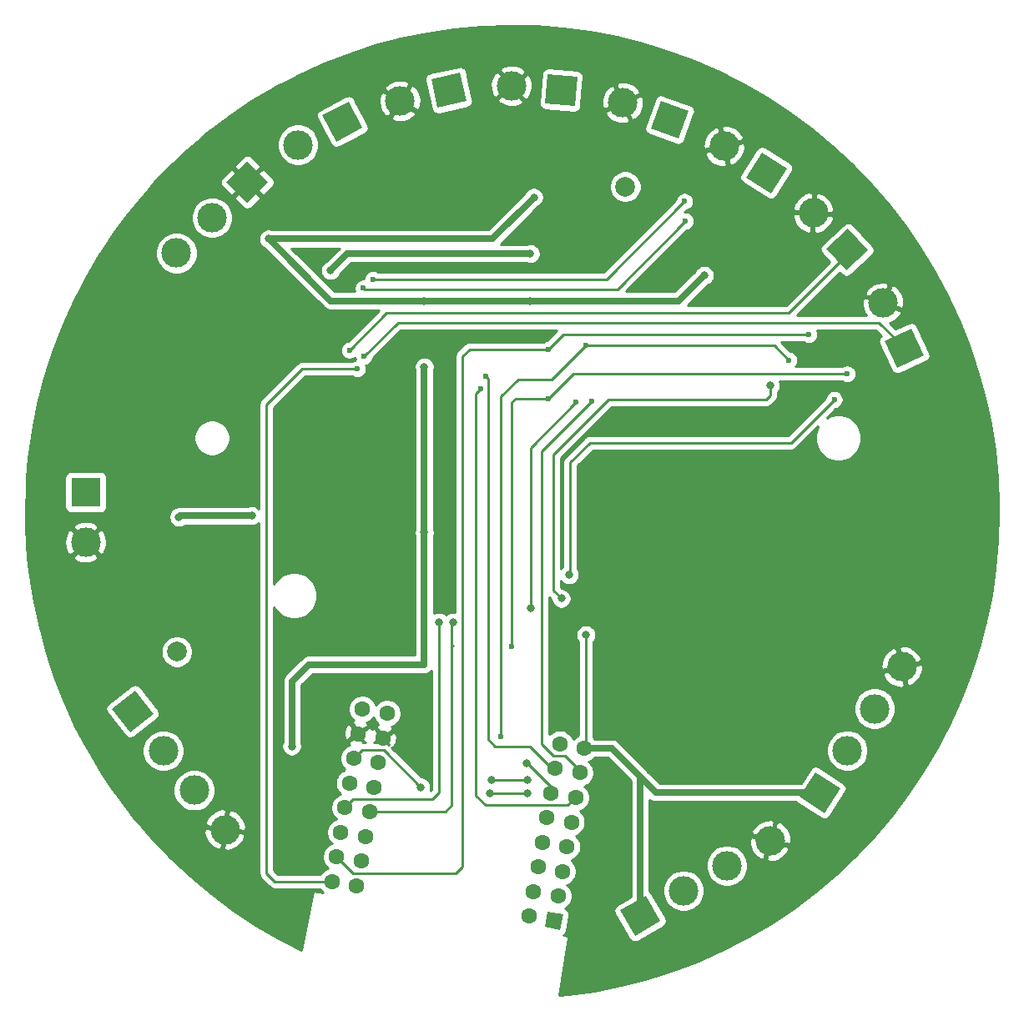
<source format=gbr>
G04 #@! TF.GenerationSoftware,KiCad,Pcbnew,(5.1.12)-1*
G04 #@! TF.CreationDate,2021-12-15T08:08:51+10:00*
G04 #@! TF.ProjectId,Weather-Station,57656174-6865-4722-9d53-746174696f6e,rev?*
G04 #@! TF.SameCoordinates,Original*
G04 #@! TF.FileFunction,Copper,L2,Bot*
G04 #@! TF.FilePolarity,Positive*
%FSLAX46Y46*%
G04 Gerber Fmt 4.6, Leading zero omitted, Abs format (unit mm)*
G04 Created by KiCad (PCBNEW (5.1.12)-1) date 2021-12-15 08:08:51*
%MOMM*%
%LPD*%
G01*
G04 APERTURE LIST*
G04 #@! TA.AperFunction,ComponentPad*
%ADD10C,2.000000*%
G04 #@! TD*
G04 #@! TA.AperFunction,ComponentPad*
%ADD11C,3.000000*%
G04 #@! TD*
G04 #@! TA.AperFunction,ComponentPad*
%ADD12C,0.100000*%
G04 #@! TD*
G04 #@! TA.AperFunction,ComponentPad*
%ADD13C,1.600000*%
G04 #@! TD*
G04 #@! TA.AperFunction,ComponentPad*
%ADD14R,3.000000X3.000000*%
G04 #@! TD*
G04 #@! TA.AperFunction,ViaPad*
%ADD15C,0.800000*%
G04 #@! TD*
G04 #@! TA.AperFunction,ViaPad*
%ADD16C,0.600000*%
G04 #@! TD*
G04 #@! TA.AperFunction,Conductor*
%ADD17C,0.650000*%
G04 #@! TD*
G04 #@! TA.AperFunction,Conductor*
%ADD18C,0.250000*%
G04 #@! TD*
G04 #@! TA.AperFunction,Conductor*
%ADD19C,0.254000*%
G04 #@! TD*
G04 #@! TA.AperFunction,Conductor*
%ADD20C,0.100000*%
G04 #@! TD*
G04 APERTURE END LIST*
D10*
X114500000Y-61000000D03*
X69000000Y-108200000D03*
D11*
X140653099Y-72795956D03*
G04 #@! TA.AperFunction,ComponentPad*
D12*
G36*
X144793389Y-78125534D02*
G01*
X142074466Y-79393389D01*
X140806611Y-76674466D01*
X143525534Y-75406611D01*
X144793389Y-78125534D01*
G37*
G04 #@! TD.AperFunction*
D11*
X133568002Y-63654631D03*
G04 #@! TA.AperFunction,ComponentPad*
D12*
G36*
X139119301Y-67492531D02*
G01*
X136907469Y-69519301D01*
X134880699Y-67307469D01*
X137092531Y-65280699D01*
X139119301Y-67492531D01*
G37*
G04 #@! TD.AperFunction*
D11*
X124515571Y-56870518D03*
G04 #@! TA.AperFunction,ComponentPad*
D12*
G36*
X130871037Y-59140862D02*
G01*
X129259138Y-61671037D01*
X126728963Y-60059138D01*
X128340862Y-57528963D01*
X130871037Y-59140862D01*
G37*
G04 #@! TD.AperFunction*
D11*
X114226361Y-52462538D03*
G04 #@! TA.AperFunction,ComponentPad*
D12*
G36*
X120922569Y-53303491D02*
G01*
X119896509Y-56122569D01*
X117077431Y-55096509D01*
X118103491Y-52277431D01*
X120922569Y-53303491D01*
G37*
G04 #@! TD.AperFunction*
D11*
X102939331Y-50757249D03*
G04 #@! TA.AperFunction,ComponentPad*
D12*
G36*
X109625026Y-49836442D02*
G01*
X109363558Y-52825026D01*
X106374974Y-52563558D01*
X106636442Y-49574974D01*
X109625026Y-49836442D01*
G37*
G04 #@! TD.AperFunction*
D11*
X91640416Y-52299513D03*
G04 #@! TA.AperFunction,ComponentPad*
D12*
G36*
X97739785Y-49410897D02*
G01*
X98389103Y-52339785D01*
X95460215Y-52989103D01*
X94810897Y-50060215D01*
X97739785Y-49410897D01*
G37*
G04 #@! TD.AperFunction*
D13*
X106071787Y-127554699D03*
X105630721Y-130056110D03*
X106512854Y-125053287D03*
X104748588Y-135058934D03*
X107836053Y-117549052D03*
X105189655Y-132557522D03*
X106953920Y-122551875D03*
X107394987Y-120050463D03*
X88561906Y-124467234D03*
X88120839Y-126968646D03*
X89002972Y-121965822D03*
X87238706Y-131971469D03*
X90326171Y-114461587D03*
X87679773Y-129470057D03*
X89444038Y-119464411D03*
X89885105Y-116962999D03*
X108573199Y-127995765D03*
X108132133Y-130497177D03*
X109014265Y-125494353D03*
X110337465Y-117990118D03*
X107691066Y-132998588D03*
X109455332Y-122992942D03*
X109896398Y-120491530D03*
X87824759Y-114020521D03*
X87383693Y-116521933D03*
X86942627Y-119023344D03*
X86501560Y-121524756D03*
X86060494Y-124026168D03*
X85619428Y-126527579D03*
X85178361Y-129028991D03*
G04 #@! TA.AperFunction,ComponentPad*
D12*
G36*
X108176765Y-134851072D02*
G01*
X107898928Y-136426765D01*
X106323235Y-136148928D01*
X106601072Y-134573235D01*
X108176765Y-134851072D01*
G37*
G04 #@! TD.AperFunction*
D13*
X84737295Y-131530403D03*
D11*
X129198227Y-127380000D03*
G04 #@! TA.AperFunction,ComponentPad*
D12*
G36*
X115450962Y-137049038D02*
G01*
X113950962Y-134450962D01*
X116549038Y-132950962D01*
X118049038Y-135549038D01*
X115450962Y-137049038D01*
G37*
G04 #@! TD.AperFunction*
D11*
X124798818Y-129920000D03*
X120399409Y-132460000D03*
X67627560Y-118253095D03*
X70755121Y-122256189D03*
G04 #@! TA.AperFunction,ComponentPad*
D12*
G36*
X62394492Y-113991476D02*
G01*
X64758524Y-112144492D01*
X66605508Y-114508524D01*
X64241476Y-116355508D01*
X62394492Y-113991476D01*
G37*
G04 #@! TD.AperFunction*
D11*
X73882681Y-126259284D03*
X142550299Y-109718661D03*
G04 #@! TA.AperFunction,ComponentPad*
D12*
G36*
X134691047Y-124574964D02*
G01*
X132175036Y-122941047D01*
X133808953Y-120425036D01*
X136324964Y-122058953D01*
X134691047Y-124574964D01*
G37*
G04 #@! TD.AperFunction*
D11*
X139783533Y-113979107D03*
X137016766Y-118239554D03*
X68965795Y-67734205D03*
X72557898Y-64142102D03*
G04 #@! TA.AperFunction,ComponentPad*
D12*
G36*
X76150000Y-58428680D02*
G01*
X78271320Y-60550000D01*
X76150000Y-62671320D01*
X74028680Y-60550000D01*
X76150000Y-58428680D01*
G37*
G04 #@! TD.AperFunction*
D11*
X81293985Y-56745683D03*
G04 #@! TA.AperFunction,ComponentPad*
D12*
G36*
X86437893Y-52376861D02*
G01*
X87823139Y-55037893D01*
X85162107Y-56423139D01*
X83776861Y-53762107D01*
X86437893Y-52376861D01*
G37*
G04 #@! TD.AperFunction*
D11*
X59750000Y-97080000D03*
D14*
X59750000Y-92000000D03*
D15*
X78400000Y-80000000D03*
X66200000Y-107000000D03*
X85400000Y-71200000D03*
D16*
X110400000Y-64600000D03*
X110700000Y-67000000D03*
D15*
X70200000Y-71300000D03*
X77600000Y-82100000D03*
X84600000Y-69500000D03*
X104862500Y-67800000D03*
X76600000Y-94400000D03*
X69200000Y-94530000D03*
D16*
X88900000Y-70400000D03*
X120500000Y-62500000D03*
X87900000Y-71300000D03*
X120600000Y-64500000D03*
D15*
X122500000Y-70000000D03*
X78300000Y-66300000D03*
X104862500Y-72600000D03*
X105218750Y-62081250D03*
X110500000Y-106500000D03*
X94100000Y-72600000D03*
X94100000Y-79300000D03*
X94100000Y-96100000D03*
X80662500Y-117800000D03*
D16*
X88000000Y-78225010D03*
X86500000Y-77600000D03*
D15*
X104575464Y-121175464D03*
X100924536Y-121175464D03*
X104600000Y-122600000D03*
X100800000Y-122600000D03*
X93750000Y-121950000D03*
D16*
X106700000Y-82500000D03*
X137000000Y-80000000D03*
X103000000Y-107700000D03*
D15*
X97000000Y-105200000D03*
D16*
X109500000Y-82900000D03*
D15*
X104900000Y-103800000D03*
D16*
X106700000Y-77500000D03*
X133100000Y-76000000D03*
X110500000Y-77100000D03*
X131100000Y-78600000D03*
X101900000Y-116800000D03*
X135700000Y-82600000D03*
D15*
X95600000Y-105200000D03*
X108800000Y-100400000D03*
X129200000Y-81200000D03*
X108000000Y-102800000D03*
X104500000Y-119500000D03*
D16*
X100300000Y-80200000D03*
X99800000Y-81500000D03*
X87300000Y-79500000D03*
X111100000Y-82800000D03*
D17*
X86300000Y-67800000D02*
X84600000Y-69500000D01*
X104862500Y-67800000D02*
X86300000Y-67800000D01*
D18*
X69330000Y-94400000D02*
X69200000Y-94530000D01*
D17*
X76600000Y-94400000D02*
X69330000Y-94400000D01*
D18*
X112600000Y-70400000D02*
X120500000Y-62500000D01*
X88900000Y-70400000D02*
X112600000Y-70400000D01*
X113700000Y-71400000D02*
X120600000Y-64500000D01*
X88000000Y-71400000D02*
X113700000Y-71400000D01*
X87900000Y-71300000D02*
X88000000Y-71400000D01*
D17*
X84600000Y-72600000D02*
X94100000Y-72600000D01*
X78300000Y-66300000D02*
X84600000Y-72600000D01*
X101000000Y-66300000D02*
X105218750Y-62081250D01*
X78300000Y-66300000D02*
X101000000Y-66300000D01*
X119900000Y-72600000D02*
X122500000Y-70000000D01*
X104862500Y-72600000D02*
X119900000Y-72600000D01*
D18*
X110500000Y-117827583D02*
X110337465Y-117990118D01*
X110500000Y-106500000D02*
X110500000Y-117827583D01*
D17*
X116000000Y-120900000D02*
X116000000Y-135000000D01*
X113090118Y-117990118D02*
X116000000Y-120900000D01*
X110337465Y-117990118D02*
X113090118Y-117990118D01*
X117600000Y-122500000D02*
X116000000Y-120900000D01*
X134250000Y-122500000D02*
X117600000Y-122500000D01*
X94100000Y-72600000D02*
X104862500Y-72600000D01*
X94100000Y-79300000D02*
X94100000Y-96100000D01*
X80700000Y-117762500D02*
X80662500Y-117800000D01*
X80700000Y-111200000D02*
X80700000Y-117762500D01*
X82400000Y-109500000D02*
X80700000Y-111200000D01*
X94100000Y-109500000D02*
X82400000Y-109500000D01*
X94100000Y-96100000D02*
X94100000Y-109500000D01*
D18*
X142800000Y-77400000D02*
X140200000Y-74800000D01*
X140200000Y-74800000D02*
X91425010Y-74800000D01*
X91425010Y-74800000D02*
X88000000Y-78225010D01*
X86500000Y-77600000D02*
X90300000Y-73800000D01*
X90300000Y-73800000D02*
X131100000Y-73800000D01*
X131100000Y-73800000D02*
X137000000Y-67900000D01*
X137000000Y-67900000D02*
X137000000Y-67400000D01*
X104575464Y-121175464D02*
X100924536Y-121175464D01*
X100924536Y-121175464D02*
X100824536Y-121175464D01*
X104600000Y-122600000D02*
X100800000Y-122600000D01*
X100800000Y-122600000D02*
X100800000Y-122600000D01*
X87765971Y-118200000D02*
X86942627Y-119023344D01*
X90000000Y-118200000D02*
X87765971Y-118200000D01*
X93750000Y-121950000D02*
X90000000Y-118200000D01*
X109200000Y-80000000D02*
X137000000Y-80000000D01*
X106700000Y-82500000D02*
X109200000Y-80000000D01*
X103000000Y-82900000D02*
X103000000Y-107700000D01*
X103400000Y-82500000D02*
X103000000Y-82900000D01*
X106700000Y-82500000D02*
X103400000Y-82500000D01*
X97000000Y-107600000D02*
X97000000Y-107600000D01*
X96232766Y-124467234D02*
X88561906Y-124467234D01*
X96900000Y-123800000D02*
X96232766Y-124467234D01*
X96900000Y-105300000D02*
X96900000Y-123800000D01*
X97000000Y-105200000D02*
X96900000Y-105300000D01*
X104900000Y-87500000D02*
X104900000Y-103800000D01*
X109500000Y-82900000D02*
X104900000Y-87500000D01*
X108200000Y-76000000D02*
X133100000Y-76000000D01*
X106700000Y-77500000D02*
X108200000Y-76000000D01*
X86849370Y-130700000D02*
X85178361Y-129028991D01*
X97300000Y-130700000D02*
X86849370Y-130700000D01*
X98000000Y-130000000D02*
X97300000Y-130700000D01*
X98000000Y-78200000D02*
X98000000Y-130000000D01*
X98700000Y-77500000D02*
X98000000Y-78200000D01*
X106700000Y-77500000D02*
X98700000Y-77500000D01*
X129600000Y-77100000D02*
X131100000Y-78600000D01*
X110500000Y-77100000D02*
X129600000Y-77100000D01*
X103600000Y-80600000D02*
X101900000Y-82300000D01*
X110500000Y-77100000D02*
X107000000Y-80600000D01*
X101900000Y-82300000D02*
X101900000Y-116800000D01*
X107000000Y-80600000D02*
X103600000Y-80600000D01*
X86886662Y-123200000D02*
X86060494Y-124026168D01*
X95600000Y-122500000D02*
X94900000Y-123200000D01*
X94900000Y-123200000D02*
X86886662Y-123200000D01*
X95600000Y-105200000D02*
X95600000Y-122500000D01*
X108900000Y-100300000D02*
X108800000Y-100400000D01*
X108900000Y-89000000D02*
X108900000Y-100300000D01*
X110900000Y-87000000D02*
X108900000Y-89000000D01*
X131300000Y-87000000D02*
X110900000Y-87000000D01*
X135700000Y-82600000D02*
X131300000Y-87000000D01*
X107200000Y-88200000D02*
X107200000Y-102000000D01*
X107200000Y-102000000D02*
X108000000Y-102800000D01*
X112800000Y-82600000D02*
X107200000Y-88200000D01*
X129200000Y-82200000D02*
X128800000Y-82600000D01*
X128800000Y-82600000D02*
X112800000Y-82600000D01*
X129200000Y-81200000D02*
X129200000Y-82200000D01*
X104600000Y-119400000D02*
X104650000Y-119450000D01*
X104650000Y-119450000D02*
X104600000Y-119500000D01*
X104600000Y-119500000D02*
X104500000Y-119500000D01*
X106953920Y-121853920D02*
X104600000Y-119500000D01*
X106953920Y-122551875D02*
X106953920Y-121853920D01*
X104800000Y-117800000D02*
X107050463Y-120050463D01*
X101300000Y-117800000D02*
X104800000Y-117800000D01*
X100599999Y-117099999D02*
X101300000Y-117800000D01*
X107050463Y-120050463D02*
X107394987Y-120050463D01*
X100599999Y-80499999D02*
X100599999Y-117099999D01*
X100300000Y-80200000D02*
X100599999Y-80499999D01*
X108655333Y-123792941D02*
X109455332Y-122992942D01*
X100292941Y-123792941D02*
X108655333Y-123792941D01*
X99300000Y-122800000D02*
X100292941Y-123792941D01*
X99300000Y-82000000D02*
X99300000Y-122800000D01*
X99800000Y-81500000D02*
X99300000Y-82000000D01*
X78930403Y-131530403D02*
X84737295Y-131530403D01*
X78100000Y-130700000D02*
X78930403Y-131530403D01*
X78100000Y-83100000D02*
X78100000Y-130700000D01*
X81700000Y-79500000D02*
X78100000Y-83100000D01*
X87300000Y-79500000D02*
X81700000Y-79500000D01*
X106000000Y-115700000D02*
X106000000Y-115700000D01*
X106000000Y-115400000D02*
X106000000Y-115700000D01*
X107200000Y-118800000D02*
X106000000Y-117600000D01*
X108400000Y-118800000D02*
X107200000Y-118800000D01*
X109896398Y-120296398D02*
X108400000Y-118800000D01*
X106000000Y-117600000D02*
X106000000Y-115400000D01*
X109896398Y-120491530D02*
X109896398Y-120296398D01*
X106000000Y-109300000D02*
X106000000Y-115400000D01*
X106000000Y-87900000D02*
X106000000Y-109300000D01*
X111100000Y-82800000D02*
X106000000Y-87900000D01*
D19*
X105410225Y-44719163D02*
X108157415Y-44930547D01*
X110888482Y-45294950D01*
X113594994Y-45811244D01*
X116268421Y-46477804D01*
X118900518Y-47292575D01*
X121482995Y-48252989D01*
X124007827Y-49356061D01*
X126467175Y-50598367D01*
X128853335Y-51976017D01*
X131158863Y-53484713D01*
X133376570Y-55119746D01*
X135499571Y-56876046D01*
X137521216Y-58748109D01*
X139435183Y-60730081D01*
X141235558Y-62815835D01*
X142916689Y-64998827D01*
X144473341Y-67272259D01*
X145900657Y-69629038D01*
X147194189Y-72061819D01*
X148349902Y-74563011D01*
X149364192Y-77124815D01*
X150233896Y-79739243D01*
X150956307Y-82398157D01*
X151529162Y-85093233D01*
X151950683Y-87816093D01*
X152219552Y-90558232D01*
X152335194Y-93317351D01*
X152339546Y-94191129D01*
X152251399Y-96951255D01*
X152009862Y-99695935D01*
X151615489Y-102422856D01*
X151069510Y-105123506D01*
X150373625Y-107789484D01*
X149530008Y-110412449D01*
X148541289Y-112984238D01*
X147410559Y-115496800D01*
X146141328Y-117942350D01*
X144737552Y-120313247D01*
X143203631Y-122602069D01*
X141544338Y-124801692D01*
X139764839Y-126905270D01*
X137870690Y-128906235D01*
X135867814Y-130798329D01*
X133762422Y-132575687D01*
X131561102Y-134232743D01*
X129270708Y-135764340D01*
X126898404Y-137165686D01*
X124451566Y-138432426D01*
X121937836Y-139560603D01*
X119365047Y-140546701D01*
X116741219Y-141387647D01*
X114074534Y-142080816D01*
X111373332Y-142624043D01*
X108646015Y-143015638D01*
X107771262Y-143091720D01*
X108725356Y-137220370D01*
X108726977Y-137197557D01*
X108724060Y-137172832D01*
X108716376Y-137149151D01*
X108704220Y-137127424D01*
X108688059Y-137108487D01*
X108668513Y-137093066D01*
X108646335Y-137081754D01*
X108622376Y-137074987D01*
X108181931Y-136996152D01*
X108264911Y-136949443D01*
X108359848Y-136868000D01*
X108437073Y-136769601D01*
X108493616Y-136658026D01*
X108527306Y-136537565D01*
X108805143Y-134961872D01*
X108814685Y-134837152D01*
X108799712Y-134712968D01*
X108760800Y-134594091D01*
X108699443Y-134485089D01*
X108618000Y-134390152D01*
X108519601Y-134312927D01*
X108408026Y-134256384D01*
X108396427Y-134253140D01*
X108605825Y-134113225D01*
X108805703Y-133913347D01*
X108962746Y-133678315D01*
X109070919Y-133417162D01*
X109126066Y-133139923D01*
X109126066Y-132857253D01*
X109070919Y-132580014D01*
X108962746Y-132318861D01*
X108805703Y-132083829D01*
X108605825Y-131883951D01*
X108578338Y-131865585D01*
X108811860Y-131768857D01*
X109046892Y-131611814D01*
X109246770Y-131411936D01*
X109403813Y-131176904D01*
X109511986Y-130915751D01*
X109567133Y-130638512D01*
X109567133Y-130355842D01*
X109511986Y-130078603D01*
X109403813Y-129817450D01*
X109246770Y-129582418D01*
X109046892Y-129382540D01*
X109019404Y-129364173D01*
X109252926Y-129267445D01*
X109487958Y-129110402D01*
X109687836Y-128910524D01*
X109844879Y-128675492D01*
X109953052Y-128414339D01*
X110008199Y-128137100D01*
X110008199Y-127854430D01*
X109953052Y-127577191D01*
X109844879Y-127316038D01*
X109687836Y-127081006D01*
X109487958Y-126881128D01*
X109460470Y-126862761D01*
X109693992Y-126766033D01*
X109929024Y-126608990D01*
X110128902Y-126409112D01*
X110285945Y-126174080D01*
X110394118Y-125912927D01*
X110449265Y-125635688D01*
X110449265Y-125353018D01*
X110394118Y-125075779D01*
X110285945Y-124814626D01*
X110128902Y-124579594D01*
X109929024Y-124379716D01*
X109901537Y-124361350D01*
X110135059Y-124264622D01*
X110370091Y-124107579D01*
X110569969Y-123907701D01*
X110727012Y-123672669D01*
X110835185Y-123411516D01*
X110890332Y-123134277D01*
X110890332Y-122851607D01*
X110835185Y-122574368D01*
X110727012Y-122313215D01*
X110569969Y-122078183D01*
X110370091Y-121878305D01*
X110342603Y-121859938D01*
X110576125Y-121763210D01*
X110811157Y-121606167D01*
X111011035Y-121406289D01*
X111168078Y-121171257D01*
X111276251Y-120910104D01*
X111331398Y-120632865D01*
X111331398Y-120350195D01*
X111276251Y-120072956D01*
X111168078Y-119811803D01*
X111011035Y-119576771D01*
X110811157Y-119376893D01*
X110783669Y-119358526D01*
X111017192Y-119261798D01*
X111252224Y-119104755D01*
X111406861Y-118950118D01*
X112692474Y-118950118D01*
X115040000Y-121297645D01*
X115040001Y-133085423D01*
X113631926Y-133898375D01*
X113530252Y-133971234D01*
X113444745Y-134062528D01*
X113378693Y-134168750D01*
X113334632Y-134285817D01*
X113314256Y-134409230D01*
X113318349Y-134534247D01*
X113346752Y-134656064D01*
X113398375Y-134769998D01*
X114898375Y-137368074D01*
X114971234Y-137469748D01*
X115062528Y-137555255D01*
X115168750Y-137621307D01*
X115285817Y-137665368D01*
X115409230Y-137685744D01*
X115534247Y-137681651D01*
X115656064Y-137653248D01*
X115769998Y-137601625D01*
X118368074Y-136101625D01*
X118469748Y-136028766D01*
X118555255Y-135937472D01*
X118621307Y-135831250D01*
X118665368Y-135714183D01*
X118685744Y-135590770D01*
X118681651Y-135465753D01*
X118653248Y-135343936D01*
X118601625Y-135230002D01*
X117101625Y-132631926D01*
X117028766Y-132530252D01*
X116960000Y-132465845D01*
X116960000Y-132249721D01*
X118264409Y-132249721D01*
X118264409Y-132670279D01*
X118346456Y-133082756D01*
X118507397Y-133471302D01*
X118741046Y-133820983D01*
X119038426Y-134118363D01*
X119388107Y-134352012D01*
X119776653Y-134512953D01*
X120189130Y-134595000D01*
X120609688Y-134595000D01*
X121022165Y-134512953D01*
X121410711Y-134352012D01*
X121760392Y-134118363D01*
X122057772Y-133820983D01*
X122291421Y-133471302D01*
X122452362Y-133082756D01*
X122534409Y-132670279D01*
X122534409Y-132249721D01*
X122452362Y-131837244D01*
X122291421Y-131448698D01*
X122057772Y-131099017D01*
X121760392Y-130801637D01*
X121410711Y-130567988D01*
X121022165Y-130407047D01*
X120609688Y-130325000D01*
X120189130Y-130325000D01*
X119776653Y-130407047D01*
X119388107Y-130567988D01*
X119038426Y-130801637D01*
X118741046Y-131099017D01*
X118507397Y-131448698D01*
X118346456Y-131837244D01*
X118264409Y-132249721D01*
X116960000Y-132249721D01*
X116960000Y-129709721D01*
X122663818Y-129709721D01*
X122663818Y-130130279D01*
X122745865Y-130542756D01*
X122906806Y-130931302D01*
X123140455Y-131280983D01*
X123437835Y-131578363D01*
X123787516Y-131812012D01*
X124176062Y-131972953D01*
X124588539Y-132055000D01*
X125009097Y-132055000D01*
X125421574Y-131972953D01*
X125810120Y-131812012D01*
X126159801Y-131578363D01*
X126457181Y-131280983D01*
X126690830Y-130931302D01*
X126851771Y-130542756D01*
X126933818Y-130130279D01*
X126933818Y-129709721D01*
X126857856Y-129327833D01*
X128807787Y-129327833D01*
X129100676Y-129523112D01*
X129520651Y-129500963D01*
X129928235Y-129397308D01*
X130307765Y-129216128D01*
X130644656Y-128964387D01*
X130925963Y-128651759D01*
X131102992Y-128367074D01*
X131080320Y-128015785D01*
X129288030Y-127535543D01*
X128807787Y-129327833D01*
X126857856Y-129327833D01*
X126851771Y-129297244D01*
X126690830Y-128908698D01*
X126457181Y-128559017D01*
X126159801Y-128261637D01*
X125810120Y-128027988D01*
X125421574Y-127867047D01*
X125009097Y-127785000D01*
X124588539Y-127785000D01*
X124176062Y-127867047D01*
X123787516Y-128027988D01*
X123437835Y-128261637D01*
X123140455Y-128559017D01*
X122906806Y-128908698D01*
X122745865Y-129297244D01*
X122663818Y-129709721D01*
X116960000Y-129709721D01*
X116960000Y-127282449D01*
X127055115Y-127282449D01*
X127077264Y-127702424D01*
X127180919Y-128110008D01*
X127362099Y-128489538D01*
X127613840Y-128826429D01*
X127926468Y-129107736D01*
X128211153Y-129284765D01*
X128562442Y-129262093D01*
X129042684Y-127469803D01*
X128372386Y-127290197D01*
X129353770Y-127290197D01*
X131146060Y-127770440D01*
X131341339Y-127477551D01*
X131319190Y-127057576D01*
X131215535Y-126649992D01*
X131034355Y-126270462D01*
X130782614Y-125933571D01*
X130469986Y-125652264D01*
X130185301Y-125475235D01*
X129834012Y-125497907D01*
X129353770Y-127290197D01*
X128372386Y-127290197D01*
X127250394Y-126989560D01*
X127055115Y-127282449D01*
X116960000Y-127282449D01*
X116960000Y-126392926D01*
X127293462Y-126392926D01*
X127316134Y-126744215D01*
X129108424Y-127224457D01*
X129588667Y-125432167D01*
X129295778Y-125236888D01*
X128875803Y-125259037D01*
X128468219Y-125362692D01*
X128088689Y-125543872D01*
X127751798Y-125795613D01*
X127470491Y-126108241D01*
X127293462Y-126392926D01*
X116960000Y-126392926D01*
X116960000Y-123216663D01*
X117064071Y-123302073D01*
X117206218Y-123378052D01*
X117230846Y-123391216D01*
X117411807Y-123446110D01*
X117552838Y-123460000D01*
X117552840Y-123460000D01*
X117600000Y-123464645D01*
X117647160Y-123460000D01*
X131807268Y-123460000D01*
X131827517Y-123476179D01*
X134343528Y-125110096D01*
X134454605Y-125167611D01*
X134574768Y-125202351D01*
X134699399Y-125212981D01*
X134823710Y-125199093D01*
X134942922Y-125161219D01*
X135052455Y-125100816D01*
X135148099Y-125020205D01*
X135226179Y-124922483D01*
X136860096Y-122406472D01*
X136917611Y-122295395D01*
X136952351Y-122175232D01*
X136962981Y-122050601D01*
X136949093Y-121926290D01*
X136911219Y-121807078D01*
X136850816Y-121697545D01*
X136770205Y-121601901D01*
X136672483Y-121523821D01*
X134156472Y-119889904D01*
X134045395Y-119832389D01*
X133925232Y-119797649D01*
X133800601Y-119787019D01*
X133676290Y-119800907D01*
X133557078Y-119838781D01*
X133447545Y-119899184D01*
X133351901Y-119979795D01*
X133273821Y-120077517D01*
X132324073Y-121540000D01*
X117997645Y-121540000D01*
X116712175Y-120254531D01*
X116712171Y-120254526D01*
X116682107Y-120217893D01*
X116645474Y-120187829D01*
X114486920Y-118029275D01*
X134881766Y-118029275D01*
X134881766Y-118449833D01*
X134963813Y-118862310D01*
X135124754Y-119250856D01*
X135358403Y-119600537D01*
X135655783Y-119897917D01*
X136005464Y-120131566D01*
X136394010Y-120292507D01*
X136806487Y-120374554D01*
X137227045Y-120374554D01*
X137639522Y-120292507D01*
X138028068Y-120131566D01*
X138377749Y-119897917D01*
X138675129Y-119600537D01*
X138908778Y-119250856D01*
X139069719Y-118862310D01*
X139151766Y-118449833D01*
X139151766Y-118029275D01*
X139069719Y-117616798D01*
X138908778Y-117228252D01*
X138675129Y-116878571D01*
X138377749Y-116581191D01*
X138028068Y-116347542D01*
X137639522Y-116186601D01*
X137227045Y-116104554D01*
X136806487Y-116104554D01*
X136394010Y-116186601D01*
X136005464Y-116347542D01*
X135655783Y-116581191D01*
X135358403Y-116878571D01*
X135124754Y-117228252D01*
X134963813Y-117616798D01*
X134881766Y-118029275D01*
X114486920Y-118029275D01*
X113802293Y-117344649D01*
X113772225Y-117308011D01*
X113626046Y-117188045D01*
X113459272Y-117098902D01*
X113278311Y-117044008D01*
X113137280Y-117030118D01*
X113137270Y-117030118D01*
X113090118Y-117025474D01*
X113042966Y-117030118D01*
X111406861Y-117030118D01*
X111260000Y-116883257D01*
X111260000Y-113768828D01*
X137648533Y-113768828D01*
X137648533Y-114189386D01*
X137730580Y-114601863D01*
X137891521Y-114990409D01*
X138125170Y-115340090D01*
X138422550Y-115637470D01*
X138772231Y-115871119D01*
X139160777Y-116032060D01*
X139573254Y-116114107D01*
X139993812Y-116114107D01*
X140406289Y-116032060D01*
X140794835Y-115871119D01*
X141144516Y-115637470D01*
X141441896Y-115340090D01*
X141675545Y-114990409D01*
X141836486Y-114601863D01*
X141918533Y-114189386D01*
X141918533Y-113768828D01*
X141836486Y-113356351D01*
X141675545Y-112967805D01*
X141441896Y-112618124D01*
X141144516Y-112320744D01*
X140794835Y-112087095D01*
X140406289Y-111926154D01*
X139993812Y-111844107D01*
X139573254Y-111844107D01*
X139160777Y-111926154D01*
X138772231Y-112087095D01*
X138422550Y-112320744D01*
X138125170Y-112618124D01*
X137891521Y-112967805D01*
X137730580Y-113356351D01*
X137648533Y-113768828D01*
X111260000Y-113768828D01*
X111260000Y-110604695D01*
X140596485Y-110604695D01*
X140806884Y-110968840D01*
X141084281Y-111284941D01*
X141418017Y-111540851D01*
X141795265Y-111726736D01*
X142201529Y-111835451D01*
X142535555Y-111863941D01*
X142838263Y-111684259D01*
X142452479Y-109869291D01*
X140637511Y-110255074D01*
X140596485Y-110604695D01*
X111260000Y-110604695D01*
X111260000Y-109703917D01*
X140405019Y-109703917D01*
X140584701Y-110006625D01*
X141479256Y-109816481D01*
X142700929Y-109816481D01*
X143086712Y-111631449D01*
X143436333Y-111672475D01*
X143800478Y-111462076D01*
X144116579Y-111184679D01*
X144372489Y-110850943D01*
X144558374Y-110473695D01*
X144667089Y-110067431D01*
X144695579Y-109733405D01*
X144515897Y-109430697D01*
X142700929Y-109816481D01*
X141479256Y-109816481D01*
X142399669Y-109620841D01*
X142013886Y-107805873D01*
X141664265Y-107764847D01*
X141300120Y-107975246D01*
X140984019Y-108252643D01*
X140728109Y-108586379D01*
X140542224Y-108963627D01*
X140433509Y-109369891D01*
X140405019Y-109703917D01*
X111260000Y-109703917D01*
X111260000Y-107753063D01*
X142262335Y-107753063D01*
X142648119Y-109568031D01*
X144463087Y-109182248D01*
X144504113Y-108832627D01*
X144293714Y-108468482D01*
X144016317Y-108152381D01*
X143682581Y-107896471D01*
X143305333Y-107710586D01*
X142899069Y-107601871D01*
X142565043Y-107573381D01*
X142262335Y-107753063D01*
X111260000Y-107753063D01*
X111260000Y-107203711D01*
X111303937Y-107159774D01*
X111417205Y-106990256D01*
X111495226Y-106801898D01*
X111535000Y-106601939D01*
X111535000Y-106398061D01*
X111495226Y-106198102D01*
X111417205Y-106009744D01*
X111303937Y-105840226D01*
X111159774Y-105696063D01*
X110990256Y-105582795D01*
X110801898Y-105504774D01*
X110601939Y-105465000D01*
X110398061Y-105465000D01*
X110198102Y-105504774D01*
X110009744Y-105582795D01*
X109840226Y-105696063D01*
X109696063Y-105840226D01*
X109582795Y-106009744D01*
X109504774Y-106198102D01*
X109465000Y-106398061D01*
X109465000Y-106601939D01*
X109504774Y-106801898D01*
X109582795Y-106990256D01*
X109696063Y-107159774D01*
X109740000Y-107203711D01*
X109740001Y-116684364D01*
X109657738Y-116718438D01*
X109422706Y-116875481D01*
X109222828Y-117075359D01*
X109204461Y-117102847D01*
X109107733Y-116869325D01*
X108950690Y-116634293D01*
X108750812Y-116434415D01*
X108515780Y-116277372D01*
X108254627Y-116169199D01*
X107977388Y-116114052D01*
X107694718Y-116114052D01*
X107417479Y-116169199D01*
X107156326Y-116277372D01*
X106921294Y-116434415D01*
X106760000Y-116595709D01*
X106760000Y-115737332D01*
X106763677Y-115700000D01*
X106760000Y-115662667D01*
X106760000Y-102634801D01*
X106965000Y-102839801D01*
X106965000Y-102901939D01*
X107004774Y-103101898D01*
X107082795Y-103290256D01*
X107196063Y-103459774D01*
X107340226Y-103603937D01*
X107509744Y-103717205D01*
X107698102Y-103795226D01*
X107898061Y-103835000D01*
X108101939Y-103835000D01*
X108301898Y-103795226D01*
X108490256Y-103717205D01*
X108659774Y-103603937D01*
X108803937Y-103459774D01*
X108917205Y-103290256D01*
X108995226Y-103101898D01*
X109035000Y-102901939D01*
X109035000Y-102698061D01*
X108995226Y-102498102D01*
X108917205Y-102309744D01*
X108803937Y-102140226D01*
X108659774Y-101996063D01*
X108490256Y-101882795D01*
X108301898Y-101804774D01*
X108101939Y-101765000D01*
X108039801Y-101765000D01*
X107960000Y-101685199D01*
X107960000Y-101005802D01*
X107996063Y-101059774D01*
X108140226Y-101203937D01*
X108309744Y-101317205D01*
X108498102Y-101395226D01*
X108698061Y-101435000D01*
X108901939Y-101435000D01*
X109101898Y-101395226D01*
X109290256Y-101317205D01*
X109459774Y-101203937D01*
X109603937Y-101059774D01*
X109717205Y-100890256D01*
X109795226Y-100701898D01*
X109835000Y-100501939D01*
X109835000Y-100298061D01*
X109795226Y-100098102D01*
X109717205Y-99909744D01*
X109660000Y-99824130D01*
X109660000Y-89314801D01*
X111214802Y-87760000D01*
X131262678Y-87760000D01*
X131300000Y-87763676D01*
X131337322Y-87760000D01*
X131337333Y-87760000D01*
X131448986Y-87749003D01*
X131592247Y-87705546D01*
X131724276Y-87634974D01*
X131840001Y-87540001D01*
X131863804Y-87510997D01*
X134040642Y-85334160D01*
X134008595Y-85382121D01*
X133830694Y-85811613D01*
X133740000Y-86267560D01*
X133740000Y-86732440D01*
X133830694Y-87188387D01*
X134008595Y-87617879D01*
X134266868Y-88004412D01*
X134595588Y-88333132D01*
X134982121Y-88591405D01*
X135411613Y-88769306D01*
X135867560Y-88860000D01*
X136332440Y-88860000D01*
X136788387Y-88769306D01*
X137217879Y-88591405D01*
X137604412Y-88333132D01*
X137933132Y-88004412D01*
X138191405Y-87617879D01*
X138369306Y-87188387D01*
X138460000Y-86732440D01*
X138460000Y-86267560D01*
X138369306Y-85811613D01*
X138191405Y-85382121D01*
X137933132Y-84995588D01*
X137604412Y-84666868D01*
X137217879Y-84408595D01*
X136788387Y-84230694D01*
X136332440Y-84140000D01*
X135867560Y-84140000D01*
X135411613Y-84230694D01*
X134982121Y-84408595D01*
X134934161Y-84440641D01*
X135851649Y-83523153D01*
X135972729Y-83499068D01*
X136142889Y-83428586D01*
X136296028Y-83326262D01*
X136426262Y-83196028D01*
X136528586Y-83042889D01*
X136599068Y-82872729D01*
X136635000Y-82692089D01*
X136635000Y-82507911D01*
X136599068Y-82327271D01*
X136528586Y-82157111D01*
X136426262Y-82003972D01*
X136296028Y-81873738D01*
X136142889Y-81771414D01*
X135972729Y-81700932D01*
X135792089Y-81665000D01*
X135607911Y-81665000D01*
X135427271Y-81700932D01*
X135257111Y-81771414D01*
X135103972Y-81873738D01*
X134973738Y-82003972D01*
X134871414Y-82157111D01*
X134800932Y-82327271D01*
X134776847Y-82448351D01*
X130985199Y-86240000D01*
X110937322Y-86240000D01*
X110899999Y-86236324D01*
X110862676Y-86240000D01*
X110862667Y-86240000D01*
X110751014Y-86250997D01*
X110615685Y-86292048D01*
X110607753Y-86294454D01*
X110475723Y-86365026D01*
X110392083Y-86433668D01*
X110359999Y-86459999D01*
X110336201Y-86488997D01*
X108389003Y-88436196D01*
X108359999Y-88459999D01*
X108312064Y-88518409D01*
X108265026Y-88575724D01*
X108214893Y-88669516D01*
X108194454Y-88707754D01*
X108150997Y-88851015D01*
X108140000Y-88962668D01*
X108140000Y-88962678D01*
X108136324Y-89000000D01*
X108140000Y-89037322D01*
X108140001Y-99596288D01*
X107996063Y-99740226D01*
X107960000Y-99794198D01*
X107960000Y-88514801D01*
X113114802Y-83360000D01*
X128762678Y-83360000D01*
X128800000Y-83363676D01*
X128837322Y-83360000D01*
X128837333Y-83360000D01*
X128948986Y-83349003D01*
X129092247Y-83305546D01*
X129224276Y-83234974D01*
X129340001Y-83140001D01*
X129363803Y-83110998D01*
X129711002Y-82763800D01*
X129740001Y-82740001D01*
X129834974Y-82624276D01*
X129905546Y-82492247D01*
X129949003Y-82348986D01*
X129960000Y-82237333D01*
X129960000Y-82237324D01*
X129963676Y-82200001D01*
X129960000Y-82162678D01*
X129960000Y-81903711D01*
X130003937Y-81859774D01*
X130117205Y-81690256D01*
X130195226Y-81501898D01*
X130235000Y-81301939D01*
X130235000Y-81098061D01*
X130195226Y-80898102D01*
X130138022Y-80760000D01*
X136454465Y-80760000D01*
X136557111Y-80828586D01*
X136727271Y-80899068D01*
X136907911Y-80935000D01*
X137092089Y-80935000D01*
X137272729Y-80899068D01*
X137442889Y-80828586D01*
X137596028Y-80726262D01*
X137726262Y-80596028D01*
X137828586Y-80442889D01*
X137899068Y-80272729D01*
X137935000Y-80092089D01*
X137935000Y-79907911D01*
X137899068Y-79727271D01*
X137828586Y-79557111D01*
X137726262Y-79403972D01*
X137596028Y-79273738D01*
X137442889Y-79171414D01*
X137272729Y-79100932D01*
X137092089Y-79065000D01*
X136907911Y-79065000D01*
X136727271Y-79100932D01*
X136557111Y-79171414D01*
X136454465Y-79240000D01*
X131782290Y-79240000D01*
X131826262Y-79196028D01*
X131928586Y-79042889D01*
X131999068Y-78872729D01*
X132035000Y-78692089D01*
X132035000Y-78507911D01*
X131999068Y-78327271D01*
X131928586Y-78157111D01*
X131826262Y-78003972D01*
X131696028Y-77873738D01*
X131542889Y-77771414D01*
X131372729Y-77700932D01*
X131251649Y-77676847D01*
X130334801Y-76760000D01*
X132554465Y-76760000D01*
X132657111Y-76828586D01*
X132827271Y-76899068D01*
X133007911Y-76935000D01*
X133192089Y-76935000D01*
X133372729Y-76899068D01*
X133542889Y-76828586D01*
X133696028Y-76726262D01*
X133826262Y-76596028D01*
X133928586Y-76442889D01*
X133999068Y-76272729D01*
X134035000Y-76092089D01*
X134035000Y-75907911D01*
X133999068Y-75727271D01*
X133929783Y-75560000D01*
X139885199Y-75560000D01*
X140464352Y-76139153D01*
X140429313Y-76159896D01*
X140336175Y-76243391D01*
X140261116Y-76343451D01*
X140207019Y-76456233D01*
X140175965Y-76577400D01*
X140169146Y-76702298D01*
X140186825Y-76826127D01*
X140228321Y-76944127D01*
X141496176Y-79663050D01*
X141559896Y-79770687D01*
X141643391Y-79863825D01*
X141743451Y-79938884D01*
X141856233Y-79992981D01*
X141977400Y-80024035D01*
X142102298Y-80030854D01*
X142226127Y-80013175D01*
X142344127Y-79971679D01*
X145063050Y-78703824D01*
X145170687Y-78640104D01*
X145263825Y-78556609D01*
X145338884Y-78456549D01*
X145392981Y-78343767D01*
X145424035Y-78222600D01*
X145430854Y-78097702D01*
X145413175Y-77973873D01*
X145371679Y-77855873D01*
X144103824Y-75136950D01*
X144040104Y-75029313D01*
X143956609Y-74936175D01*
X143856549Y-74861116D01*
X143743767Y-74807019D01*
X143622600Y-74775965D01*
X143497702Y-74769146D01*
X143373873Y-74786825D01*
X143255873Y-74828321D01*
X141924126Y-75449325D01*
X141306021Y-74831220D01*
X141598385Y-74721800D01*
X141955936Y-74500379D01*
X142263419Y-74213458D01*
X142464586Y-73945285D01*
X142472618Y-73593357D01*
X140729003Y-72958734D01*
X140332059Y-74049330D01*
X140237333Y-74040000D01*
X140237322Y-74040000D01*
X140200000Y-74036324D01*
X140162678Y-74040000D01*
X140065153Y-74040000D01*
X140337826Y-73290837D01*
X140638958Y-72989705D01*
X140459350Y-72810097D01*
X140422333Y-72847114D01*
X140073233Y-72720052D01*
X140815877Y-72720052D01*
X142559491Y-73354675D01*
X142779553Y-73079920D01*
X142794093Y-72659613D01*
X142726355Y-72244546D01*
X142578943Y-71850670D01*
X142357522Y-71493119D01*
X142070601Y-71185636D01*
X141802428Y-70984469D01*
X141450500Y-70976437D01*
X140815877Y-72720052D01*
X140073233Y-72720052D01*
X138746707Y-72237237D01*
X138526645Y-72511992D01*
X138512105Y-72932299D01*
X138579843Y-73347366D01*
X138727255Y-73741242D01*
X138912267Y-74040000D01*
X131934801Y-74040000D01*
X133976246Y-71998555D01*
X138833580Y-71998555D01*
X140577195Y-72633178D01*
X141211818Y-70889564D01*
X140937063Y-70669502D01*
X140516756Y-70654962D01*
X140101689Y-70722700D01*
X139707813Y-70870112D01*
X139350262Y-71091533D01*
X139042779Y-71378454D01*
X138841612Y-71646627D01*
X138833580Y-71998555D01*
X133976246Y-71998555D01*
X136239737Y-69735065D01*
X136437033Y-69950376D01*
X136530171Y-70033871D01*
X136637808Y-70097591D01*
X136755808Y-70139087D01*
X136879637Y-70156766D01*
X137004535Y-70149947D01*
X137125702Y-70118893D01*
X137238484Y-70064796D01*
X137338544Y-69989737D01*
X139550376Y-67962967D01*
X139633871Y-67869829D01*
X139697591Y-67762192D01*
X139739087Y-67644192D01*
X139756766Y-67520363D01*
X139749947Y-67395465D01*
X139718893Y-67274298D01*
X139664796Y-67161516D01*
X139589737Y-67061456D01*
X137562967Y-64849624D01*
X137469829Y-64766129D01*
X137362192Y-64702409D01*
X137244192Y-64660913D01*
X137120363Y-64643234D01*
X136995465Y-64650053D01*
X136874298Y-64681107D01*
X136761516Y-64735204D01*
X136661456Y-64810263D01*
X134449624Y-66837033D01*
X134366129Y-66930171D01*
X134302409Y-67037808D01*
X134260913Y-67155808D01*
X134243234Y-67279637D01*
X134250053Y-67404535D01*
X134281107Y-67525702D01*
X134335204Y-67638484D01*
X134410263Y-67738544D01*
X135211862Y-68613336D01*
X130785199Y-73040000D01*
X120817644Y-73040000D01*
X122905214Y-70952431D01*
X122990256Y-70917205D01*
X123159774Y-70803937D01*
X123303937Y-70659774D01*
X123417205Y-70490256D01*
X123495226Y-70301898D01*
X123535000Y-70101939D01*
X123535000Y-69898061D01*
X123495226Y-69698102D01*
X123417205Y-69509744D01*
X123303937Y-69340226D01*
X123159774Y-69196063D01*
X122990256Y-69082795D01*
X122801898Y-69004774D01*
X122601939Y-68965000D01*
X122398061Y-68965000D01*
X122198102Y-69004774D01*
X122009744Y-69082795D01*
X121840226Y-69196063D01*
X121696063Y-69340226D01*
X121582795Y-69509744D01*
X121547569Y-69594786D01*
X119502356Y-71640000D01*
X114534801Y-71640000D01*
X120751649Y-65423153D01*
X120872729Y-65399068D01*
X121042889Y-65328586D01*
X121196028Y-65226262D01*
X121326262Y-65096028D01*
X121428586Y-64942889D01*
X121499068Y-64772729D01*
X121535000Y-64592089D01*
X121535000Y-64407911D01*
X121499068Y-64227271D01*
X121428586Y-64057111D01*
X121405959Y-64023247D01*
X131454577Y-64023247D01*
X131567099Y-64428472D01*
X131756515Y-64803960D01*
X132015545Y-65135279D01*
X132334236Y-65409698D01*
X132700339Y-65616672D01*
X133016592Y-65727887D01*
X133316491Y-65640800D01*
X133608405Y-65640800D01*
X133936618Y-65768056D01*
X134341843Y-65655534D01*
X134717331Y-65466118D01*
X135048650Y-65207088D01*
X135323069Y-64888397D01*
X135530043Y-64522294D01*
X135641258Y-64206041D01*
X135543091Y-63867986D01*
X133689341Y-63787050D01*
X133608405Y-65640800D01*
X133316491Y-65640800D01*
X133354647Y-65629720D01*
X133435583Y-63775970D01*
X131581833Y-63695034D01*
X131454577Y-64023247D01*
X121405959Y-64023247D01*
X121326262Y-63903972D01*
X121196028Y-63773738D01*
X121042889Y-63671414D01*
X120872729Y-63600932D01*
X120692089Y-63565000D01*
X120509802Y-63565000D01*
X120541510Y-63533292D01*
X133700421Y-63533292D01*
X135554171Y-63614228D01*
X135681427Y-63286015D01*
X135568905Y-62880790D01*
X135379489Y-62505302D01*
X135120459Y-62173983D01*
X134801768Y-61899564D01*
X134435665Y-61692590D01*
X134119412Y-61581375D01*
X133781357Y-61679542D01*
X133700421Y-63533292D01*
X120541510Y-63533292D01*
X120651649Y-63423153D01*
X120772729Y-63399068D01*
X120942889Y-63328586D01*
X121096028Y-63226262D01*
X121219069Y-63103221D01*
X131494746Y-63103221D01*
X131592913Y-63441276D01*
X133446663Y-63522212D01*
X133527599Y-61668462D01*
X133199386Y-61541206D01*
X132794161Y-61653728D01*
X132418673Y-61843144D01*
X132087354Y-62102174D01*
X131812935Y-62420865D01*
X131605961Y-62786968D01*
X131494746Y-63103221D01*
X121219069Y-63103221D01*
X121226262Y-63096028D01*
X121328586Y-62942889D01*
X121399068Y-62772729D01*
X121435000Y-62592089D01*
X121435000Y-62407911D01*
X121399068Y-62227271D01*
X121328586Y-62057111D01*
X121226262Y-61903972D01*
X121096028Y-61773738D01*
X120942889Y-61671414D01*
X120772729Y-61600932D01*
X120592089Y-61565000D01*
X120407911Y-61565000D01*
X120227271Y-61600932D01*
X120057111Y-61671414D01*
X119903972Y-61773738D01*
X119773738Y-61903972D01*
X119671414Y-62057111D01*
X119600932Y-62227271D01*
X119576847Y-62348351D01*
X112285199Y-69640000D01*
X89445535Y-69640000D01*
X89342889Y-69571414D01*
X89172729Y-69500932D01*
X88992089Y-69465000D01*
X88807911Y-69465000D01*
X88627271Y-69500932D01*
X88457111Y-69571414D01*
X88303972Y-69673738D01*
X88173738Y-69803972D01*
X88071414Y-69957111D01*
X88000932Y-70127271D01*
X87965000Y-70307911D01*
X87965000Y-70365000D01*
X87807911Y-70365000D01*
X87627271Y-70400932D01*
X87457111Y-70471414D01*
X87303972Y-70573738D01*
X87173738Y-70703972D01*
X87071414Y-70857111D01*
X87000932Y-71027271D01*
X86965000Y-71207911D01*
X86965000Y-71392089D01*
X87000932Y-71572729D01*
X87028796Y-71640000D01*
X84997645Y-71640000D01*
X80617644Y-67260000D01*
X85482355Y-67260000D01*
X84194787Y-68547569D01*
X84109744Y-68582795D01*
X83940226Y-68696063D01*
X83796063Y-68840226D01*
X83682795Y-69009744D01*
X83604774Y-69198102D01*
X83565000Y-69398061D01*
X83565000Y-69601939D01*
X83604774Y-69801898D01*
X83682795Y-69990256D01*
X83796063Y-70159774D01*
X83940226Y-70303937D01*
X84109744Y-70417205D01*
X84298102Y-70495226D01*
X84498061Y-70535000D01*
X84701939Y-70535000D01*
X84901898Y-70495226D01*
X85090256Y-70417205D01*
X85259774Y-70303937D01*
X85403937Y-70159774D01*
X85517205Y-69990256D01*
X85552431Y-69905213D01*
X86697645Y-68760000D01*
X104475560Y-68760000D01*
X104560602Y-68795226D01*
X104760561Y-68835000D01*
X104964439Y-68835000D01*
X105164398Y-68795226D01*
X105352756Y-68717205D01*
X105522274Y-68603937D01*
X105666437Y-68459774D01*
X105779705Y-68290256D01*
X105857726Y-68101898D01*
X105897500Y-67901939D01*
X105897500Y-67698061D01*
X105857726Y-67498102D01*
X105779705Y-67309744D01*
X105666437Y-67140226D01*
X105522274Y-66996063D01*
X105352756Y-66882795D01*
X105164398Y-66804774D01*
X104964439Y-66765000D01*
X104760561Y-66765000D01*
X104560602Y-66804774D01*
X104475560Y-66840000D01*
X101817644Y-66840000D01*
X105623964Y-63033681D01*
X105709006Y-62998455D01*
X105878524Y-62885187D01*
X106022687Y-62741024D01*
X106135955Y-62571506D01*
X106213976Y-62383148D01*
X106253750Y-62183189D01*
X106253750Y-61979311D01*
X106213976Y-61779352D01*
X106135955Y-61590994D01*
X106022687Y-61421476D01*
X105878524Y-61277313D01*
X105709006Y-61164045D01*
X105520648Y-61086024D01*
X105320689Y-61046250D01*
X105116811Y-61046250D01*
X104916852Y-61086024D01*
X104728494Y-61164045D01*
X104558976Y-61277313D01*
X104414813Y-61421476D01*
X104301545Y-61590994D01*
X104266319Y-61676036D01*
X100602356Y-65340000D01*
X78686940Y-65340000D01*
X78601898Y-65304774D01*
X78401939Y-65265000D01*
X78198061Y-65265000D01*
X77998102Y-65304774D01*
X77809744Y-65382795D01*
X77640226Y-65496063D01*
X77496063Y-65640226D01*
X77382795Y-65809744D01*
X77304774Y-65998102D01*
X77265000Y-66198061D01*
X77265000Y-66401939D01*
X77304774Y-66601898D01*
X77382795Y-66790256D01*
X77496063Y-66959774D01*
X77640226Y-67103937D01*
X77809744Y-67217205D01*
X77894787Y-67252431D01*
X83887829Y-73245474D01*
X83917893Y-73282107D01*
X83954525Y-73312170D01*
X84064071Y-73402073D01*
X84122163Y-73433124D01*
X84230846Y-73491216D01*
X84411807Y-73546110D01*
X84552838Y-73560000D01*
X84552847Y-73560000D01*
X84599999Y-73564644D01*
X84647151Y-73560000D01*
X89465198Y-73560000D01*
X86348352Y-76676847D01*
X86227271Y-76700932D01*
X86057111Y-76771414D01*
X85903972Y-76873738D01*
X85773738Y-77003972D01*
X85671414Y-77157111D01*
X85600932Y-77327271D01*
X85565000Y-77507911D01*
X85565000Y-77692089D01*
X85600932Y-77872729D01*
X85671414Y-78042889D01*
X85773738Y-78196028D01*
X85903972Y-78326262D01*
X86057111Y-78428586D01*
X86227271Y-78499068D01*
X86407911Y-78535000D01*
X86592089Y-78535000D01*
X86772729Y-78499068D01*
X86942889Y-78428586D01*
X87070249Y-78343487D01*
X87100932Y-78497739D01*
X87134815Y-78579540D01*
X87027271Y-78600932D01*
X86857111Y-78671414D01*
X86754465Y-78740000D01*
X81737323Y-78740000D01*
X81700000Y-78736324D01*
X81662677Y-78740000D01*
X81662667Y-78740000D01*
X81551014Y-78750997D01*
X81407753Y-78794454D01*
X81275724Y-78865026D01*
X81159999Y-78959999D01*
X81136201Y-78988997D01*
X77589003Y-82536196D01*
X77559999Y-82559999D01*
X77514228Y-82615772D01*
X77465026Y-82675724D01*
X77412429Y-82774125D01*
X77394454Y-82807754D01*
X77350997Y-82951015D01*
X77340000Y-83062668D01*
X77340000Y-83062678D01*
X77336324Y-83100000D01*
X77340000Y-83137322D01*
X77340000Y-93676289D01*
X77259774Y-93596063D01*
X77090256Y-93482795D01*
X76901898Y-93404774D01*
X76701939Y-93365000D01*
X76498061Y-93365000D01*
X76298102Y-93404774D01*
X76213060Y-93440000D01*
X69282838Y-93440000D01*
X69141807Y-93453890D01*
X68960846Y-93508784D01*
X68920591Y-93530301D01*
X68898102Y-93534774D01*
X68709744Y-93612795D01*
X68540226Y-93726063D01*
X68396063Y-93870226D01*
X68282795Y-94039744D01*
X68204774Y-94228102D01*
X68165000Y-94428061D01*
X68165000Y-94631939D01*
X68204774Y-94831898D01*
X68282795Y-95020256D01*
X68396063Y-95189774D01*
X68540226Y-95333937D01*
X68709744Y-95447205D01*
X68898102Y-95525226D01*
X69098061Y-95565000D01*
X69301939Y-95565000D01*
X69501898Y-95525226D01*
X69690256Y-95447205D01*
X69820768Y-95360000D01*
X76213060Y-95360000D01*
X76298102Y-95395226D01*
X76498061Y-95435000D01*
X76701939Y-95435000D01*
X76901898Y-95395226D01*
X77090256Y-95317205D01*
X77259774Y-95203937D01*
X77340000Y-95123711D01*
X77340001Y-130662667D01*
X77336324Y-130700000D01*
X77340001Y-130737333D01*
X77350998Y-130848986D01*
X77351286Y-130849935D01*
X77394454Y-130992246D01*
X77465026Y-131124276D01*
X77536201Y-131211002D01*
X77560000Y-131240001D01*
X77588998Y-131263799D01*
X78366604Y-132041405D01*
X78390402Y-132070404D01*
X78506127Y-132165377D01*
X78638156Y-132235949D01*
X78781417Y-132279406D01*
X78893070Y-132290403D01*
X78893079Y-132290403D01*
X78930402Y-132294079D01*
X78967725Y-132290403D01*
X83519252Y-132290403D01*
X83622658Y-132445162D01*
X83811653Y-132634157D01*
X82922376Y-132474987D01*
X82898714Y-132473007D01*
X82873963Y-132475698D01*
X82850214Y-132483165D01*
X82828377Y-132495123D01*
X82809293Y-132511111D01*
X82793694Y-132530516D01*
X82782181Y-132552590D01*
X82775196Y-132576486D01*
X81662492Y-138482378D01*
X79359403Y-137307417D01*
X76978791Y-135920244D01*
X74679308Y-134402333D01*
X72468152Y-132758437D01*
X70352194Y-130993661D01*
X68338058Y-129113530D01*
X66432015Y-127123899D01*
X65864382Y-126460946D01*
X71746849Y-126460946D01*
X71827231Y-126873751D01*
X71986603Y-127262942D01*
X72218840Y-127613563D01*
X72515017Y-127912141D01*
X72863753Y-128147200D01*
X73170305Y-128282886D01*
X73365447Y-128242500D01*
X73767126Y-128242500D01*
X74084343Y-128395116D01*
X74497148Y-128314734D01*
X74886339Y-128155362D01*
X75236960Y-127923125D01*
X75535538Y-127626948D01*
X75770597Y-127278212D01*
X75906283Y-126971660D01*
X75834942Y-126626945D01*
X73993257Y-126400815D01*
X73767126Y-128242500D01*
X73365447Y-128242500D01*
X73515020Y-128211545D01*
X73741150Y-126369860D01*
X71940016Y-126148708D01*
X74024212Y-126148708D01*
X75865897Y-126374839D01*
X76018513Y-126057622D01*
X75938131Y-125644817D01*
X75778759Y-125255626D01*
X75546522Y-124905005D01*
X75250345Y-124606427D01*
X74901609Y-124371368D01*
X74595057Y-124235682D01*
X74250342Y-124307023D01*
X74024212Y-126148708D01*
X71940016Y-126148708D01*
X71899465Y-126143729D01*
X71746849Y-126460946D01*
X65864382Y-126460946D01*
X65081764Y-125546908D01*
X71859079Y-125546908D01*
X71930420Y-125891623D01*
X73772105Y-126117753D01*
X73998236Y-124276068D01*
X73681019Y-124123452D01*
X73268214Y-124203834D01*
X72879023Y-124363206D01*
X72528402Y-124595443D01*
X72229824Y-124891620D01*
X71994765Y-125240356D01*
X71859079Y-125546908D01*
X65081764Y-125546908D01*
X64640007Y-125030971D01*
X62967623Y-122841273D01*
X62427687Y-122045910D01*
X68620121Y-122045910D01*
X68620121Y-122466468D01*
X68702168Y-122878945D01*
X68863109Y-123267491D01*
X69096758Y-123617172D01*
X69394138Y-123914552D01*
X69743819Y-124148201D01*
X70132365Y-124309142D01*
X70544842Y-124391189D01*
X70965400Y-124391189D01*
X71377877Y-124309142D01*
X71766423Y-124148201D01*
X72116104Y-123914552D01*
X72413484Y-123617172D01*
X72647133Y-123267491D01*
X72808074Y-122878945D01*
X72890121Y-122466468D01*
X72890121Y-122045910D01*
X72808074Y-121633433D01*
X72647133Y-121244887D01*
X72413484Y-120895206D01*
X72116104Y-120597826D01*
X71766423Y-120364177D01*
X71377877Y-120203236D01*
X70965400Y-120121189D01*
X70544842Y-120121189D01*
X70132365Y-120203236D01*
X69743819Y-120364177D01*
X69394138Y-120597826D01*
X69096758Y-120895206D01*
X68863109Y-121244887D01*
X68702168Y-121633433D01*
X68620121Y-122045910D01*
X62427687Y-122045910D01*
X61420078Y-120561633D01*
X60002207Y-118199175D01*
X59919871Y-118042816D01*
X65492560Y-118042816D01*
X65492560Y-118463374D01*
X65574607Y-118875851D01*
X65735548Y-119264397D01*
X65969197Y-119614078D01*
X66266577Y-119911458D01*
X66616258Y-120145107D01*
X67004804Y-120306048D01*
X67417281Y-120388095D01*
X67837839Y-120388095D01*
X68250316Y-120306048D01*
X68638862Y-120145107D01*
X68988543Y-119911458D01*
X69285923Y-119614078D01*
X69519572Y-119264397D01*
X69680513Y-118875851D01*
X69762560Y-118463374D01*
X69762560Y-118042816D01*
X69680513Y-117630339D01*
X69519572Y-117241793D01*
X69285923Y-116892112D01*
X68988543Y-116594732D01*
X68638862Y-116361083D01*
X68250316Y-116200142D01*
X67837839Y-116118095D01*
X67417281Y-116118095D01*
X67004804Y-116200142D01*
X66616258Y-116361083D01*
X66266577Y-116594732D01*
X65969197Y-116892112D01*
X65735548Y-117241793D01*
X65574607Y-117630339D01*
X65492560Y-118042816D01*
X59919871Y-118042816D01*
X58718418Y-115761243D01*
X57930867Y-114038763D01*
X61758175Y-114038763D01*
X61779626Y-114161993D01*
X61824707Y-114278671D01*
X61891684Y-114384312D01*
X63738668Y-116748344D01*
X63824968Y-116838889D01*
X63927274Y-116910858D01*
X64041655Y-116961484D01*
X64163715Y-116988824D01*
X64288763Y-116991825D01*
X64411993Y-116970374D01*
X64528671Y-116925293D01*
X64634312Y-116858316D01*
X66998344Y-115011332D01*
X67088889Y-114925032D01*
X67160858Y-114822726D01*
X67211484Y-114708345D01*
X67238824Y-114586285D01*
X67241825Y-114461237D01*
X67220374Y-114338007D01*
X67175293Y-114221329D01*
X67108316Y-114115688D01*
X65261332Y-111751656D01*
X65175032Y-111661111D01*
X65072726Y-111589142D01*
X64958345Y-111538516D01*
X64836285Y-111511176D01*
X64711237Y-111508175D01*
X64588007Y-111529626D01*
X64471329Y-111574707D01*
X64365688Y-111641684D01*
X62001656Y-113488668D01*
X61911111Y-113574968D01*
X61839142Y-113677274D01*
X61788516Y-113791655D01*
X61761176Y-113913715D01*
X61758175Y-114038763D01*
X57930867Y-114038763D01*
X57572710Y-113255428D01*
X56568678Y-110689595D01*
X55709440Y-108071714D01*
X55700684Y-108038967D01*
X67365000Y-108038967D01*
X67365000Y-108361033D01*
X67427832Y-108676912D01*
X67551082Y-108974463D01*
X67730013Y-109242252D01*
X67957748Y-109469987D01*
X68225537Y-109648918D01*
X68523088Y-109772168D01*
X68838967Y-109835000D01*
X69161033Y-109835000D01*
X69476912Y-109772168D01*
X69774463Y-109648918D01*
X70042252Y-109469987D01*
X70269987Y-109242252D01*
X70448918Y-108974463D01*
X70572168Y-108676912D01*
X70635000Y-108361033D01*
X70635000Y-108038967D01*
X70572168Y-107723088D01*
X70448918Y-107425537D01*
X70269987Y-107157748D01*
X70042252Y-106930013D01*
X69774463Y-106751082D01*
X69476912Y-106627832D01*
X69161033Y-106565000D01*
X68838967Y-106565000D01*
X68523088Y-106627832D01*
X68225537Y-106751082D01*
X67957748Y-106930013D01*
X67730013Y-107157748D01*
X67551082Y-107425537D01*
X67427832Y-107723088D01*
X67365000Y-108038967D01*
X55700684Y-108038967D01*
X54997671Y-105409934D01*
X54435597Y-102712576D01*
X54024971Y-99988059D01*
X53891810Y-98571653D01*
X58437952Y-98571653D01*
X58593962Y-98887214D01*
X58968745Y-99078020D01*
X59373551Y-99192044D01*
X59792824Y-99224902D01*
X60210451Y-99175334D01*
X60610383Y-99045243D01*
X60906038Y-98887214D01*
X61062048Y-98571653D01*
X59750000Y-97259605D01*
X58437952Y-98571653D01*
X53891810Y-98571653D01*
X53767073Y-97244864D01*
X53762447Y-97122824D01*
X57605098Y-97122824D01*
X57654666Y-97540451D01*
X57784757Y-97940383D01*
X57942786Y-98236038D01*
X58258347Y-98392048D01*
X59570395Y-97080000D01*
X59929605Y-97080000D01*
X61241653Y-98392048D01*
X61557214Y-98236038D01*
X61748020Y-97861255D01*
X61862044Y-97456449D01*
X61894902Y-97037176D01*
X61845334Y-96619549D01*
X61715243Y-96219617D01*
X61557214Y-95923962D01*
X61241653Y-95767952D01*
X59929605Y-97080000D01*
X59570395Y-97080000D01*
X58258347Y-95767952D01*
X57942786Y-95923962D01*
X57751980Y-96298745D01*
X57637956Y-96703551D01*
X57605098Y-97122824D01*
X53762447Y-97122824D01*
X53704281Y-95588347D01*
X58437952Y-95588347D01*
X59750000Y-96900395D01*
X61062048Y-95588347D01*
X60906038Y-95272786D01*
X60531255Y-95081980D01*
X60126449Y-94967956D01*
X59707176Y-94935098D01*
X59289549Y-94984666D01*
X58889617Y-95114757D01*
X58593962Y-95272786D01*
X58437952Y-95588347D01*
X53704281Y-95588347D01*
X53662419Y-94483994D01*
X53660046Y-94007608D01*
X53737192Y-91245771D01*
X53799815Y-90500000D01*
X57611928Y-90500000D01*
X57611928Y-93500000D01*
X57624188Y-93624482D01*
X57660498Y-93744180D01*
X57719463Y-93854494D01*
X57798815Y-93951185D01*
X57895506Y-94030537D01*
X58005820Y-94089502D01*
X58125518Y-94125812D01*
X58250000Y-94138072D01*
X61250000Y-94138072D01*
X61374482Y-94125812D01*
X61494180Y-94089502D01*
X61604494Y-94030537D01*
X61701185Y-93951185D01*
X61780537Y-93854494D01*
X61839502Y-93744180D01*
X61875812Y-93624482D01*
X61888072Y-93500000D01*
X61888072Y-90500000D01*
X61875812Y-90375518D01*
X61839502Y-90255820D01*
X61780537Y-90145506D01*
X61701185Y-90048815D01*
X61604494Y-89969463D01*
X61494180Y-89910498D01*
X61374482Y-89874188D01*
X61250000Y-89861928D01*
X58250000Y-89861928D01*
X58125518Y-89874188D01*
X58005820Y-89910498D01*
X57895506Y-89969463D01*
X57798815Y-90048815D01*
X57719463Y-90145506D01*
X57660498Y-90255820D01*
X57624188Y-90375518D01*
X57611928Y-90500000D01*
X53799815Y-90500000D01*
X53967747Y-88500157D01*
X54274181Y-86319761D01*
X70740000Y-86319761D01*
X70740000Y-86680239D01*
X70810325Y-87033791D01*
X70948275Y-87366830D01*
X71148546Y-87666557D01*
X71403443Y-87921454D01*
X71703170Y-88121725D01*
X72036209Y-88259675D01*
X72389761Y-88330000D01*
X72750239Y-88330000D01*
X73103791Y-88259675D01*
X73436830Y-88121725D01*
X73736557Y-87921454D01*
X73991454Y-87666557D01*
X74191725Y-87366830D01*
X74329675Y-87033791D01*
X74400000Y-86680239D01*
X74400000Y-86319761D01*
X74329675Y-85966209D01*
X74191725Y-85633170D01*
X73991454Y-85333443D01*
X73736557Y-85078546D01*
X73436830Y-84878275D01*
X73103791Y-84740325D01*
X72750239Y-84670000D01*
X72389761Y-84670000D01*
X72036209Y-84740325D01*
X71703170Y-84878275D01*
X71403443Y-85078546D01*
X71148546Y-85333443D01*
X70948275Y-85633170D01*
X70810325Y-85966209D01*
X70740000Y-86319761D01*
X54274181Y-86319761D01*
X54351211Y-85771668D01*
X54886381Y-83068861D01*
X55571596Y-80400126D01*
X56404713Y-77773807D01*
X57383139Y-75198082D01*
X58503813Y-72681009D01*
X59763258Y-70230392D01*
X61157527Y-67853920D01*
X61376774Y-67523926D01*
X66830795Y-67523926D01*
X66830795Y-67944484D01*
X66912842Y-68356961D01*
X67073783Y-68745507D01*
X67307432Y-69095188D01*
X67604812Y-69392568D01*
X67954493Y-69626217D01*
X68343039Y-69787158D01*
X68755516Y-69869205D01*
X69176074Y-69869205D01*
X69588551Y-69787158D01*
X69977097Y-69626217D01*
X70326778Y-69392568D01*
X70624158Y-69095188D01*
X70857807Y-68745507D01*
X71018748Y-68356961D01*
X71100795Y-67944484D01*
X71100795Y-67523926D01*
X71018748Y-67111449D01*
X70857807Y-66722903D01*
X70624158Y-66373222D01*
X70326778Y-66075842D01*
X69977097Y-65842193D01*
X69588551Y-65681252D01*
X69176074Y-65599205D01*
X68755516Y-65599205D01*
X68343039Y-65681252D01*
X67954493Y-65842193D01*
X67604812Y-66075842D01*
X67307432Y-66373222D01*
X67073783Y-66722903D01*
X66912842Y-67111449D01*
X66830795Y-67523926D01*
X61376774Y-67523926D01*
X62682279Y-65558982D01*
X63899548Y-63931823D01*
X70422898Y-63931823D01*
X70422898Y-64352381D01*
X70504945Y-64764858D01*
X70665886Y-65153404D01*
X70899535Y-65503085D01*
X71196915Y-65800465D01*
X71546596Y-66034114D01*
X71935142Y-66195055D01*
X72347619Y-66277102D01*
X72768177Y-66277102D01*
X73180654Y-66195055D01*
X73569200Y-66034114D01*
X73918881Y-65800465D01*
X74216261Y-65503085D01*
X74449910Y-65153404D01*
X74610851Y-64764858D01*
X74692898Y-64352381D01*
X74692898Y-63931823D01*
X74610851Y-63519346D01*
X74449910Y-63130800D01*
X74216261Y-62781119D01*
X73918881Y-62483739D01*
X73569200Y-62250090D01*
X73180654Y-62089149D01*
X72919601Y-62037222D01*
X74842383Y-62037222D01*
X74842383Y-62261729D01*
X75698815Y-63122505D01*
X75795506Y-63201858D01*
X75905820Y-63260823D01*
X76025519Y-63297132D01*
X76150000Y-63309392D01*
X76274481Y-63297132D01*
X76394180Y-63260823D01*
X76504494Y-63201858D01*
X76601185Y-63122505D01*
X77457617Y-62261729D01*
X77457617Y-62037222D01*
X76150000Y-60729605D01*
X74842383Y-62037222D01*
X72919601Y-62037222D01*
X72768177Y-62007102D01*
X72347619Y-62007102D01*
X71935142Y-62089149D01*
X71546596Y-62250090D01*
X71196915Y-62483739D01*
X70899535Y-62781119D01*
X70665886Y-63130800D01*
X70504945Y-63519346D01*
X70422898Y-63931823D01*
X63899548Y-63931823D01*
X64332764Y-63352732D01*
X66103837Y-61242051D01*
X66753715Y-60550000D01*
X73390608Y-60550000D01*
X73402868Y-60674481D01*
X73439177Y-60794180D01*
X73498142Y-60904494D01*
X73577495Y-61001185D01*
X74438271Y-61857617D01*
X74662778Y-61857617D01*
X75970395Y-60550000D01*
X76329605Y-60550000D01*
X77637222Y-61857617D01*
X77861729Y-61857617D01*
X78722505Y-61001185D01*
X78801858Y-60904494D01*
X78836883Y-60838967D01*
X112865000Y-60838967D01*
X112865000Y-61161033D01*
X112927832Y-61476912D01*
X113051082Y-61774463D01*
X113230013Y-62042252D01*
X113457748Y-62269987D01*
X113725537Y-62448918D01*
X114023088Y-62572168D01*
X114338967Y-62635000D01*
X114661033Y-62635000D01*
X114976912Y-62572168D01*
X115274463Y-62448918D01*
X115542252Y-62269987D01*
X115769987Y-62042252D01*
X115948918Y-61774463D01*
X116072168Y-61476912D01*
X116135000Y-61161033D01*
X116135000Y-60838967D01*
X116072168Y-60523088D01*
X115948918Y-60225537D01*
X115847035Y-60073058D01*
X126091043Y-60073058D01*
X126106016Y-60197242D01*
X126144928Y-60316119D01*
X126206285Y-60425121D01*
X126287728Y-60520058D01*
X126386127Y-60597282D01*
X128916302Y-62209181D01*
X129027876Y-62265725D01*
X129148338Y-62299415D01*
X129273058Y-62308957D01*
X129397242Y-62293984D01*
X129516119Y-62255072D01*
X129625121Y-62193715D01*
X129720058Y-62112272D01*
X129797282Y-62013873D01*
X131409181Y-59483698D01*
X131465725Y-59372124D01*
X131499415Y-59251662D01*
X131508957Y-59126942D01*
X131493984Y-59002758D01*
X131455072Y-58883881D01*
X131393715Y-58774879D01*
X131312272Y-58679942D01*
X131213873Y-58602718D01*
X128683698Y-56990819D01*
X128572124Y-56934275D01*
X128451662Y-56900585D01*
X128326942Y-56891043D01*
X128202758Y-56906016D01*
X128083881Y-56944928D01*
X127974879Y-57006285D01*
X127879942Y-57087728D01*
X127802718Y-57186127D01*
X126190819Y-59716302D01*
X126134275Y-59827876D01*
X126100585Y-59948338D01*
X126091043Y-60073058D01*
X115847035Y-60073058D01*
X115769987Y-59957748D01*
X115542252Y-59730013D01*
X115274463Y-59551082D01*
X114976912Y-59427832D01*
X114661033Y-59365000D01*
X114338967Y-59365000D01*
X114023088Y-59427832D01*
X113725537Y-59551082D01*
X113457748Y-59730013D01*
X113230013Y-59957748D01*
X113051082Y-60225537D01*
X112927832Y-60523088D01*
X112865000Y-60838967D01*
X78836883Y-60838967D01*
X78860823Y-60794180D01*
X78897132Y-60674481D01*
X78909392Y-60550000D01*
X78897132Y-60425519D01*
X78860823Y-60305820D01*
X78801858Y-60195506D01*
X78722505Y-60098815D01*
X77861729Y-59242383D01*
X77637222Y-59242383D01*
X76329605Y-60550000D01*
X75970395Y-60550000D01*
X74662778Y-59242383D01*
X74438271Y-59242383D01*
X73577495Y-60098815D01*
X73498142Y-60195506D01*
X73439177Y-60305820D01*
X73402868Y-60425519D01*
X73390608Y-60550000D01*
X66753715Y-60550000D01*
X67989962Y-59233531D01*
X68405026Y-58838271D01*
X74842383Y-58838271D01*
X74842383Y-59062778D01*
X76150000Y-60370395D01*
X77457617Y-59062778D01*
X77457617Y-58838271D01*
X76601185Y-57977495D01*
X76504494Y-57898142D01*
X76394180Y-57839177D01*
X76274481Y-57802868D01*
X76150000Y-57790608D01*
X76025519Y-57802868D01*
X75905820Y-57839177D01*
X75795506Y-57898142D01*
X75698815Y-57977495D01*
X74842383Y-58838271D01*
X68405026Y-58838271D01*
X69985279Y-57333418D01*
X70922941Y-56535404D01*
X79158985Y-56535404D01*
X79158985Y-56955962D01*
X79241032Y-57368439D01*
X79401973Y-57756985D01*
X79635622Y-58106666D01*
X79933002Y-58404046D01*
X80282683Y-58637695D01*
X80671229Y-58798636D01*
X81083706Y-58880683D01*
X81504264Y-58880683D01*
X81916741Y-58798636D01*
X82305287Y-58637695D01*
X82654968Y-58404046D01*
X82952348Y-58106666D01*
X83174916Y-57773568D01*
X122569564Y-57773568D01*
X122783132Y-58135863D01*
X123063277Y-58449532D01*
X123399233Y-58702520D01*
X123778089Y-58885105D01*
X124185287Y-58990271D01*
X124519548Y-59015845D01*
X124820676Y-58833528D01*
X124419069Y-57021995D01*
X122607536Y-57423603D01*
X122569564Y-57773568D01*
X83174916Y-57773568D01*
X83185997Y-57756985D01*
X83346938Y-57368439D01*
X83428985Y-56955962D01*
X83428985Y-56535404D01*
X83346938Y-56122927D01*
X83185997Y-55734381D01*
X82952348Y-55384700D01*
X82654968Y-55087320D01*
X82305287Y-54853671D01*
X81916741Y-54692730D01*
X81504264Y-54610683D01*
X81083706Y-54610683D01*
X80671229Y-54692730D01*
X80282683Y-54853671D01*
X79933002Y-55087320D01*
X79635622Y-55384700D01*
X79401973Y-55734381D01*
X79241032Y-56122927D01*
X79158985Y-56535404D01*
X70922941Y-56535404D01*
X72083525Y-55547669D01*
X74278201Y-53881819D01*
X74373233Y-53817719D01*
X83141217Y-53817719D01*
X83164280Y-53940658D01*
X83210884Y-54056736D01*
X84596130Y-56717768D01*
X84664485Y-56822523D01*
X84751962Y-56911931D01*
X84855202Y-56982554D01*
X84970235Y-57031679D01*
X85092642Y-57057419D01*
X85217719Y-57058783D01*
X85340658Y-57035720D01*
X85456736Y-56989116D01*
X85676920Y-56874495D01*
X122370244Y-56874495D01*
X122552561Y-57175623D01*
X123493508Y-56967020D01*
X124667048Y-56967020D01*
X125068656Y-58778553D01*
X125418621Y-58816525D01*
X125780916Y-58602957D01*
X126094585Y-58322812D01*
X126347573Y-57986856D01*
X126530158Y-57608000D01*
X126635324Y-57200802D01*
X126660898Y-56866541D01*
X126478581Y-56565413D01*
X124667048Y-56967020D01*
X123493508Y-56967020D01*
X124364094Y-56774016D01*
X123962486Y-54962483D01*
X123612521Y-54924511D01*
X123250226Y-55138079D01*
X122936557Y-55418224D01*
X122683569Y-55754180D01*
X122500984Y-56133036D01*
X122395818Y-56540234D01*
X122370244Y-56874495D01*
X85676920Y-56874495D01*
X88117768Y-55603870D01*
X88222523Y-55535515D01*
X88311931Y-55448038D01*
X88382554Y-55344798D01*
X88431679Y-55229765D01*
X88453847Y-55124341D01*
X116439966Y-55124341D01*
X116457645Y-55248170D01*
X116499141Y-55366170D01*
X116562861Y-55473807D01*
X116646356Y-55566945D01*
X116746416Y-55642004D01*
X116859198Y-55696101D01*
X119678276Y-56722161D01*
X119799443Y-56753215D01*
X119924341Y-56760034D01*
X120048170Y-56742355D01*
X120166170Y-56700859D01*
X120273807Y-56637139D01*
X120366945Y-56553644D01*
X120442004Y-56453584D01*
X120496101Y-56340802D01*
X121017777Y-54907508D01*
X124210466Y-54907508D01*
X124612073Y-56719041D01*
X126423606Y-56317433D01*
X126461578Y-55967468D01*
X126248010Y-55605173D01*
X125967865Y-55291504D01*
X125631909Y-55038516D01*
X125253053Y-54855931D01*
X124845855Y-54750765D01*
X124511594Y-54725191D01*
X124210466Y-54907508D01*
X121017777Y-54907508D01*
X121522161Y-53521724D01*
X121553215Y-53400557D01*
X121560034Y-53275659D01*
X121542355Y-53151830D01*
X121500859Y-53033830D01*
X121437139Y-52926193D01*
X121353644Y-52833055D01*
X121253584Y-52757996D01*
X121140802Y-52703899D01*
X118321724Y-51677839D01*
X118200557Y-51646785D01*
X118075659Y-51639966D01*
X117951830Y-51657645D01*
X117833830Y-51699141D01*
X117726193Y-51762861D01*
X117633055Y-51846356D01*
X117557996Y-51946416D01*
X117503899Y-52059198D01*
X116477839Y-54878276D01*
X116446785Y-54999443D01*
X116439966Y-55124341D01*
X88453847Y-55124341D01*
X88457419Y-55107358D01*
X88458783Y-54982281D01*
X88435720Y-54859342D01*
X88389116Y-54743264D01*
X88022910Y-54039787D01*
X90682322Y-54039787D01*
X90902934Y-54314101D01*
X91310131Y-54419266D01*
X91730020Y-54442971D01*
X92146467Y-54384304D01*
X92543466Y-54245520D01*
X92905762Y-54031951D01*
X93060501Y-53899206D01*
X93067155Y-53905860D01*
X93154124Y-53818891D01*
X93160203Y-53813676D01*
X93160485Y-53812530D01*
X93246763Y-53726252D01*
X93194526Y-53674015D01*
X93244216Y-53471829D01*
X92550208Y-53029697D01*
X91834165Y-52313654D01*
X91654557Y-52493262D01*
X91662504Y-52501209D01*
X90682322Y-54039787D01*
X88022910Y-54039787D01*
X87163625Y-52389117D01*
X89496958Y-52389117D01*
X89555625Y-52805564D01*
X89694409Y-53202563D01*
X89907978Y-53564859D01*
X90040723Y-53719598D01*
X90034069Y-53726252D01*
X90121038Y-53813221D01*
X90126253Y-53819300D01*
X90127399Y-53819582D01*
X90213677Y-53905860D01*
X90265914Y-53853623D01*
X90468100Y-53903313D01*
X90910232Y-53209305D01*
X91626275Y-52493262D01*
X91446667Y-52313654D01*
X91438720Y-52321601D01*
X89900142Y-51341419D01*
X89625828Y-51562031D01*
X89520663Y-51969228D01*
X89496958Y-52389117D01*
X87163625Y-52389117D01*
X87003870Y-52082232D01*
X86935515Y-51977477D01*
X86848038Y-51888069D01*
X86744798Y-51817446D01*
X86629765Y-51768321D01*
X86507358Y-51742581D01*
X86382281Y-51741217D01*
X86259342Y-51764280D01*
X86143264Y-51810884D01*
X83482232Y-53196130D01*
X83377477Y-53264485D01*
X83288069Y-53351962D01*
X83217446Y-53455202D01*
X83168321Y-53570235D01*
X83142581Y-53692642D01*
X83141217Y-53817719D01*
X74373233Y-53817719D01*
X76562440Y-52341081D01*
X78929142Y-50930244D01*
X79039071Y-50872774D01*
X90034069Y-50872774D01*
X90086306Y-50925011D01*
X90036616Y-51127197D01*
X90730624Y-51569329D01*
X91446667Y-52285372D01*
X91626275Y-52105764D01*
X91654557Y-52105764D01*
X91834165Y-52285372D01*
X91842112Y-52277425D01*
X93380690Y-53257607D01*
X93655004Y-53036995D01*
X93760169Y-52629798D01*
X93783874Y-52209909D01*
X93725207Y-51793462D01*
X93586423Y-51396463D01*
X93372854Y-51034167D01*
X93240109Y-50879428D01*
X93246763Y-50872774D01*
X93159794Y-50785805D01*
X93154579Y-50779726D01*
X93153433Y-50779444D01*
X93067155Y-50693166D01*
X93014918Y-50745403D01*
X92812732Y-50695713D01*
X92370600Y-51389721D01*
X91654557Y-52105764D01*
X91626275Y-52105764D01*
X91618328Y-52097817D01*
X92598510Y-50559239D01*
X92377898Y-50284925D01*
X91970701Y-50179760D01*
X91550812Y-50156055D01*
X91134365Y-50214722D01*
X90737366Y-50353506D01*
X90375070Y-50567075D01*
X90220331Y-50699820D01*
X90213677Y-50693166D01*
X90126708Y-50780135D01*
X90120629Y-50785350D01*
X90120347Y-50786496D01*
X90034069Y-50872774D01*
X79039071Y-50872774D01*
X80566728Y-50074134D01*
X94172977Y-50074134D01*
X94187950Y-50198319D01*
X94837268Y-53127207D01*
X94876180Y-53246084D01*
X94937537Y-53355086D01*
X95018980Y-53450023D01*
X95117379Y-53527247D01*
X95228953Y-53583791D01*
X95349415Y-53617481D01*
X95474134Y-53627023D01*
X95598319Y-53612050D01*
X98527207Y-52962732D01*
X98646084Y-52923820D01*
X98755086Y-52862463D01*
X98850023Y-52781020D01*
X98927247Y-52682621D01*
X98983791Y-52571047D01*
X99017481Y-52450585D01*
X99027023Y-52325866D01*
X99012050Y-52201681D01*
X98995909Y-52128873D01*
X101502270Y-52128873D01*
X101630183Y-52456830D01*
X101986910Y-52679575D01*
X102380238Y-52828446D01*
X102795051Y-52897722D01*
X103215409Y-52884741D01*
X103625158Y-52790002D01*
X103933460Y-52658341D01*
X104024928Y-52507946D01*
X105739330Y-52507946D01*
X105740694Y-52633023D01*
X105766434Y-52755430D01*
X105815559Y-52870463D01*
X105886182Y-52973703D01*
X105975590Y-53061180D01*
X106080345Y-53129535D01*
X106196423Y-53176139D01*
X106319362Y-53199202D01*
X109307946Y-53460670D01*
X109433023Y-53459306D01*
X109555430Y-53433566D01*
X109597764Y-53415487D01*
X112483264Y-53415487D01*
X112521938Y-53765375D01*
X112808859Y-54072858D01*
X113150253Y-54318457D01*
X113533002Y-54492734D01*
X113942397Y-54588992D01*
X114362704Y-54603531D01*
X114694578Y-54556151D01*
X114949107Y-54312980D01*
X114164932Y-52631312D01*
X112483264Y-53415487D01*
X109597764Y-53415487D01*
X109670463Y-53384441D01*
X109773703Y-53313818D01*
X109861180Y-53224410D01*
X109929535Y-53119655D01*
X109976139Y-53003577D01*
X109999202Y-52880638D01*
X110023852Y-52598881D01*
X112085368Y-52598881D01*
X112132748Y-52930755D01*
X112375919Y-53185284D01*
X113794117Y-52523967D01*
X114395135Y-52523967D01*
X115179310Y-54205635D01*
X115529198Y-54166961D01*
X115836681Y-53880040D01*
X116082280Y-53538646D01*
X116256557Y-53155897D01*
X116352815Y-52746502D01*
X116367354Y-52326195D01*
X116319974Y-51994321D01*
X116076803Y-51739792D01*
X114395135Y-52523967D01*
X113794117Y-52523967D01*
X114057587Y-52401109D01*
X113273412Y-50719441D01*
X112923524Y-50758115D01*
X112616041Y-51045036D01*
X112370442Y-51386430D01*
X112196165Y-51769179D01*
X112099907Y-52178574D01*
X112085368Y-52598881D01*
X110023852Y-52598881D01*
X110197674Y-50612096D01*
X113503615Y-50612096D01*
X114287790Y-52293764D01*
X115969458Y-51509589D01*
X115930784Y-51159701D01*
X115643863Y-50852218D01*
X115302469Y-50606619D01*
X114919720Y-50432342D01*
X114510325Y-50336084D01*
X114090018Y-50321545D01*
X113758144Y-50368925D01*
X113503615Y-50612096D01*
X110197674Y-50612096D01*
X110260670Y-49892054D01*
X110259306Y-49766977D01*
X110233566Y-49644570D01*
X110184441Y-49529537D01*
X110113818Y-49426297D01*
X110024410Y-49338820D01*
X109919655Y-49270465D01*
X109803577Y-49223861D01*
X109680638Y-49200798D01*
X106692054Y-48939330D01*
X106566977Y-48940694D01*
X106444570Y-48966434D01*
X106329537Y-49015559D01*
X106226297Y-49086182D01*
X106138820Y-49175590D01*
X106070465Y-49280345D01*
X106023861Y-49396423D01*
X106000798Y-49519362D01*
X105739330Y-52507946D01*
X104024928Y-52507946D01*
X104116380Y-52357578D01*
X102923677Y-50936171D01*
X101502270Y-52128873D01*
X98995909Y-52128873D01*
X98659842Y-50612969D01*
X100798858Y-50612969D01*
X100811839Y-51033327D01*
X100906578Y-51443076D01*
X101038239Y-51751378D01*
X101339002Y-51934298D01*
X102723097Y-50772903D01*
X103118253Y-50772903D01*
X104310955Y-52194310D01*
X104638912Y-52066397D01*
X104861657Y-51709670D01*
X105010528Y-51316342D01*
X105079804Y-50901529D01*
X105066823Y-50481171D01*
X104972084Y-50071422D01*
X104840423Y-49763120D01*
X104539660Y-49580200D01*
X103118253Y-50772903D01*
X102723097Y-50772903D01*
X102760409Y-50741595D01*
X101567707Y-49320188D01*
X101239750Y-49448101D01*
X101017005Y-49804828D01*
X100868134Y-50198156D01*
X100798858Y-50612969D01*
X98659842Y-50612969D01*
X98362732Y-49272793D01*
X98324804Y-49156920D01*
X101762282Y-49156920D01*
X102954985Y-50578327D01*
X104376392Y-49385625D01*
X104248479Y-49057668D01*
X103891752Y-48834923D01*
X103498424Y-48686052D01*
X103083611Y-48616776D01*
X102663253Y-48629757D01*
X102253504Y-48724496D01*
X101945202Y-48856157D01*
X101762282Y-49156920D01*
X98324804Y-49156920D01*
X98323820Y-49153916D01*
X98262463Y-49044914D01*
X98181020Y-48949977D01*
X98082621Y-48872753D01*
X97971047Y-48816209D01*
X97850585Y-48782519D01*
X97725866Y-48772977D01*
X97601681Y-48787950D01*
X94672793Y-49437268D01*
X94553916Y-49476180D01*
X94444914Y-49537537D01*
X94349977Y-49618980D01*
X94272753Y-49717379D01*
X94216209Y-49828953D01*
X94182519Y-49949415D01*
X94172977Y-50074134D01*
X80566728Y-50074134D01*
X81370874Y-49653737D01*
X83880074Y-48515514D01*
X86448915Y-47519126D01*
X89069346Y-46667696D01*
X91733218Y-45963871D01*
X94432242Y-45409841D01*
X97157975Y-45007340D01*
X99901934Y-44757619D01*
X102655551Y-44661460D01*
X105410225Y-44719163D01*
G04 #@! TA.AperFunction,Conductor*
D20*
G36*
X105410225Y-44719163D02*
G01*
X108157415Y-44930547D01*
X110888482Y-45294950D01*
X113594994Y-45811244D01*
X116268421Y-46477804D01*
X118900518Y-47292575D01*
X121482995Y-48252989D01*
X124007827Y-49356061D01*
X126467175Y-50598367D01*
X128853335Y-51976017D01*
X131158863Y-53484713D01*
X133376570Y-55119746D01*
X135499571Y-56876046D01*
X137521216Y-58748109D01*
X139435183Y-60730081D01*
X141235558Y-62815835D01*
X142916689Y-64998827D01*
X144473341Y-67272259D01*
X145900657Y-69629038D01*
X147194189Y-72061819D01*
X148349902Y-74563011D01*
X149364192Y-77124815D01*
X150233896Y-79739243D01*
X150956307Y-82398157D01*
X151529162Y-85093233D01*
X151950683Y-87816093D01*
X152219552Y-90558232D01*
X152335194Y-93317351D01*
X152339546Y-94191129D01*
X152251399Y-96951255D01*
X152009862Y-99695935D01*
X151615489Y-102422856D01*
X151069510Y-105123506D01*
X150373625Y-107789484D01*
X149530008Y-110412449D01*
X148541289Y-112984238D01*
X147410559Y-115496800D01*
X146141328Y-117942350D01*
X144737552Y-120313247D01*
X143203631Y-122602069D01*
X141544338Y-124801692D01*
X139764839Y-126905270D01*
X137870690Y-128906235D01*
X135867814Y-130798329D01*
X133762422Y-132575687D01*
X131561102Y-134232743D01*
X129270708Y-135764340D01*
X126898404Y-137165686D01*
X124451566Y-138432426D01*
X121937836Y-139560603D01*
X119365047Y-140546701D01*
X116741219Y-141387647D01*
X114074534Y-142080816D01*
X111373332Y-142624043D01*
X108646015Y-143015638D01*
X107771262Y-143091720D01*
X108725356Y-137220370D01*
X108726977Y-137197557D01*
X108724060Y-137172832D01*
X108716376Y-137149151D01*
X108704220Y-137127424D01*
X108688059Y-137108487D01*
X108668513Y-137093066D01*
X108646335Y-137081754D01*
X108622376Y-137074987D01*
X108181931Y-136996152D01*
X108264911Y-136949443D01*
X108359848Y-136868000D01*
X108437073Y-136769601D01*
X108493616Y-136658026D01*
X108527306Y-136537565D01*
X108805143Y-134961872D01*
X108814685Y-134837152D01*
X108799712Y-134712968D01*
X108760800Y-134594091D01*
X108699443Y-134485089D01*
X108618000Y-134390152D01*
X108519601Y-134312927D01*
X108408026Y-134256384D01*
X108396427Y-134253140D01*
X108605825Y-134113225D01*
X108805703Y-133913347D01*
X108962746Y-133678315D01*
X109070919Y-133417162D01*
X109126066Y-133139923D01*
X109126066Y-132857253D01*
X109070919Y-132580014D01*
X108962746Y-132318861D01*
X108805703Y-132083829D01*
X108605825Y-131883951D01*
X108578338Y-131865585D01*
X108811860Y-131768857D01*
X109046892Y-131611814D01*
X109246770Y-131411936D01*
X109403813Y-131176904D01*
X109511986Y-130915751D01*
X109567133Y-130638512D01*
X109567133Y-130355842D01*
X109511986Y-130078603D01*
X109403813Y-129817450D01*
X109246770Y-129582418D01*
X109046892Y-129382540D01*
X109019404Y-129364173D01*
X109252926Y-129267445D01*
X109487958Y-129110402D01*
X109687836Y-128910524D01*
X109844879Y-128675492D01*
X109953052Y-128414339D01*
X110008199Y-128137100D01*
X110008199Y-127854430D01*
X109953052Y-127577191D01*
X109844879Y-127316038D01*
X109687836Y-127081006D01*
X109487958Y-126881128D01*
X109460470Y-126862761D01*
X109693992Y-126766033D01*
X109929024Y-126608990D01*
X110128902Y-126409112D01*
X110285945Y-126174080D01*
X110394118Y-125912927D01*
X110449265Y-125635688D01*
X110449265Y-125353018D01*
X110394118Y-125075779D01*
X110285945Y-124814626D01*
X110128902Y-124579594D01*
X109929024Y-124379716D01*
X109901537Y-124361350D01*
X110135059Y-124264622D01*
X110370091Y-124107579D01*
X110569969Y-123907701D01*
X110727012Y-123672669D01*
X110835185Y-123411516D01*
X110890332Y-123134277D01*
X110890332Y-122851607D01*
X110835185Y-122574368D01*
X110727012Y-122313215D01*
X110569969Y-122078183D01*
X110370091Y-121878305D01*
X110342603Y-121859938D01*
X110576125Y-121763210D01*
X110811157Y-121606167D01*
X111011035Y-121406289D01*
X111168078Y-121171257D01*
X111276251Y-120910104D01*
X111331398Y-120632865D01*
X111331398Y-120350195D01*
X111276251Y-120072956D01*
X111168078Y-119811803D01*
X111011035Y-119576771D01*
X110811157Y-119376893D01*
X110783669Y-119358526D01*
X111017192Y-119261798D01*
X111252224Y-119104755D01*
X111406861Y-118950118D01*
X112692474Y-118950118D01*
X115040000Y-121297645D01*
X115040001Y-133085423D01*
X113631926Y-133898375D01*
X113530252Y-133971234D01*
X113444745Y-134062528D01*
X113378693Y-134168750D01*
X113334632Y-134285817D01*
X113314256Y-134409230D01*
X113318349Y-134534247D01*
X113346752Y-134656064D01*
X113398375Y-134769998D01*
X114898375Y-137368074D01*
X114971234Y-137469748D01*
X115062528Y-137555255D01*
X115168750Y-137621307D01*
X115285817Y-137665368D01*
X115409230Y-137685744D01*
X115534247Y-137681651D01*
X115656064Y-137653248D01*
X115769998Y-137601625D01*
X118368074Y-136101625D01*
X118469748Y-136028766D01*
X118555255Y-135937472D01*
X118621307Y-135831250D01*
X118665368Y-135714183D01*
X118685744Y-135590770D01*
X118681651Y-135465753D01*
X118653248Y-135343936D01*
X118601625Y-135230002D01*
X117101625Y-132631926D01*
X117028766Y-132530252D01*
X116960000Y-132465845D01*
X116960000Y-132249721D01*
X118264409Y-132249721D01*
X118264409Y-132670279D01*
X118346456Y-133082756D01*
X118507397Y-133471302D01*
X118741046Y-133820983D01*
X119038426Y-134118363D01*
X119388107Y-134352012D01*
X119776653Y-134512953D01*
X120189130Y-134595000D01*
X120609688Y-134595000D01*
X121022165Y-134512953D01*
X121410711Y-134352012D01*
X121760392Y-134118363D01*
X122057772Y-133820983D01*
X122291421Y-133471302D01*
X122452362Y-133082756D01*
X122534409Y-132670279D01*
X122534409Y-132249721D01*
X122452362Y-131837244D01*
X122291421Y-131448698D01*
X122057772Y-131099017D01*
X121760392Y-130801637D01*
X121410711Y-130567988D01*
X121022165Y-130407047D01*
X120609688Y-130325000D01*
X120189130Y-130325000D01*
X119776653Y-130407047D01*
X119388107Y-130567988D01*
X119038426Y-130801637D01*
X118741046Y-131099017D01*
X118507397Y-131448698D01*
X118346456Y-131837244D01*
X118264409Y-132249721D01*
X116960000Y-132249721D01*
X116960000Y-129709721D01*
X122663818Y-129709721D01*
X122663818Y-130130279D01*
X122745865Y-130542756D01*
X122906806Y-130931302D01*
X123140455Y-131280983D01*
X123437835Y-131578363D01*
X123787516Y-131812012D01*
X124176062Y-131972953D01*
X124588539Y-132055000D01*
X125009097Y-132055000D01*
X125421574Y-131972953D01*
X125810120Y-131812012D01*
X126159801Y-131578363D01*
X126457181Y-131280983D01*
X126690830Y-130931302D01*
X126851771Y-130542756D01*
X126933818Y-130130279D01*
X126933818Y-129709721D01*
X126857856Y-129327833D01*
X128807787Y-129327833D01*
X129100676Y-129523112D01*
X129520651Y-129500963D01*
X129928235Y-129397308D01*
X130307765Y-129216128D01*
X130644656Y-128964387D01*
X130925963Y-128651759D01*
X131102992Y-128367074D01*
X131080320Y-128015785D01*
X129288030Y-127535543D01*
X128807787Y-129327833D01*
X126857856Y-129327833D01*
X126851771Y-129297244D01*
X126690830Y-128908698D01*
X126457181Y-128559017D01*
X126159801Y-128261637D01*
X125810120Y-128027988D01*
X125421574Y-127867047D01*
X125009097Y-127785000D01*
X124588539Y-127785000D01*
X124176062Y-127867047D01*
X123787516Y-128027988D01*
X123437835Y-128261637D01*
X123140455Y-128559017D01*
X122906806Y-128908698D01*
X122745865Y-129297244D01*
X122663818Y-129709721D01*
X116960000Y-129709721D01*
X116960000Y-127282449D01*
X127055115Y-127282449D01*
X127077264Y-127702424D01*
X127180919Y-128110008D01*
X127362099Y-128489538D01*
X127613840Y-128826429D01*
X127926468Y-129107736D01*
X128211153Y-129284765D01*
X128562442Y-129262093D01*
X129042684Y-127469803D01*
X128372386Y-127290197D01*
X129353770Y-127290197D01*
X131146060Y-127770440D01*
X131341339Y-127477551D01*
X131319190Y-127057576D01*
X131215535Y-126649992D01*
X131034355Y-126270462D01*
X130782614Y-125933571D01*
X130469986Y-125652264D01*
X130185301Y-125475235D01*
X129834012Y-125497907D01*
X129353770Y-127290197D01*
X128372386Y-127290197D01*
X127250394Y-126989560D01*
X127055115Y-127282449D01*
X116960000Y-127282449D01*
X116960000Y-126392926D01*
X127293462Y-126392926D01*
X127316134Y-126744215D01*
X129108424Y-127224457D01*
X129588667Y-125432167D01*
X129295778Y-125236888D01*
X128875803Y-125259037D01*
X128468219Y-125362692D01*
X128088689Y-125543872D01*
X127751798Y-125795613D01*
X127470491Y-126108241D01*
X127293462Y-126392926D01*
X116960000Y-126392926D01*
X116960000Y-123216663D01*
X117064071Y-123302073D01*
X117206218Y-123378052D01*
X117230846Y-123391216D01*
X117411807Y-123446110D01*
X117552838Y-123460000D01*
X117552840Y-123460000D01*
X117600000Y-123464645D01*
X117647160Y-123460000D01*
X131807268Y-123460000D01*
X131827517Y-123476179D01*
X134343528Y-125110096D01*
X134454605Y-125167611D01*
X134574768Y-125202351D01*
X134699399Y-125212981D01*
X134823710Y-125199093D01*
X134942922Y-125161219D01*
X135052455Y-125100816D01*
X135148099Y-125020205D01*
X135226179Y-124922483D01*
X136860096Y-122406472D01*
X136917611Y-122295395D01*
X136952351Y-122175232D01*
X136962981Y-122050601D01*
X136949093Y-121926290D01*
X136911219Y-121807078D01*
X136850816Y-121697545D01*
X136770205Y-121601901D01*
X136672483Y-121523821D01*
X134156472Y-119889904D01*
X134045395Y-119832389D01*
X133925232Y-119797649D01*
X133800601Y-119787019D01*
X133676290Y-119800907D01*
X133557078Y-119838781D01*
X133447545Y-119899184D01*
X133351901Y-119979795D01*
X133273821Y-120077517D01*
X132324073Y-121540000D01*
X117997645Y-121540000D01*
X116712175Y-120254531D01*
X116712171Y-120254526D01*
X116682107Y-120217893D01*
X116645474Y-120187829D01*
X114486920Y-118029275D01*
X134881766Y-118029275D01*
X134881766Y-118449833D01*
X134963813Y-118862310D01*
X135124754Y-119250856D01*
X135358403Y-119600537D01*
X135655783Y-119897917D01*
X136005464Y-120131566D01*
X136394010Y-120292507D01*
X136806487Y-120374554D01*
X137227045Y-120374554D01*
X137639522Y-120292507D01*
X138028068Y-120131566D01*
X138377749Y-119897917D01*
X138675129Y-119600537D01*
X138908778Y-119250856D01*
X139069719Y-118862310D01*
X139151766Y-118449833D01*
X139151766Y-118029275D01*
X139069719Y-117616798D01*
X138908778Y-117228252D01*
X138675129Y-116878571D01*
X138377749Y-116581191D01*
X138028068Y-116347542D01*
X137639522Y-116186601D01*
X137227045Y-116104554D01*
X136806487Y-116104554D01*
X136394010Y-116186601D01*
X136005464Y-116347542D01*
X135655783Y-116581191D01*
X135358403Y-116878571D01*
X135124754Y-117228252D01*
X134963813Y-117616798D01*
X134881766Y-118029275D01*
X114486920Y-118029275D01*
X113802293Y-117344649D01*
X113772225Y-117308011D01*
X113626046Y-117188045D01*
X113459272Y-117098902D01*
X113278311Y-117044008D01*
X113137280Y-117030118D01*
X113137270Y-117030118D01*
X113090118Y-117025474D01*
X113042966Y-117030118D01*
X111406861Y-117030118D01*
X111260000Y-116883257D01*
X111260000Y-113768828D01*
X137648533Y-113768828D01*
X137648533Y-114189386D01*
X137730580Y-114601863D01*
X137891521Y-114990409D01*
X138125170Y-115340090D01*
X138422550Y-115637470D01*
X138772231Y-115871119D01*
X139160777Y-116032060D01*
X139573254Y-116114107D01*
X139993812Y-116114107D01*
X140406289Y-116032060D01*
X140794835Y-115871119D01*
X141144516Y-115637470D01*
X141441896Y-115340090D01*
X141675545Y-114990409D01*
X141836486Y-114601863D01*
X141918533Y-114189386D01*
X141918533Y-113768828D01*
X141836486Y-113356351D01*
X141675545Y-112967805D01*
X141441896Y-112618124D01*
X141144516Y-112320744D01*
X140794835Y-112087095D01*
X140406289Y-111926154D01*
X139993812Y-111844107D01*
X139573254Y-111844107D01*
X139160777Y-111926154D01*
X138772231Y-112087095D01*
X138422550Y-112320744D01*
X138125170Y-112618124D01*
X137891521Y-112967805D01*
X137730580Y-113356351D01*
X137648533Y-113768828D01*
X111260000Y-113768828D01*
X111260000Y-110604695D01*
X140596485Y-110604695D01*
X140806884Y-110968840D01*
X141084281Y-111284941D01*
X141418017Y-111540851D01*
X141795265Y-111726736D01*
X142201529Y-111835451D01*
X142535555Y-111863941D01*
X142838263Y-111684259D01*
X142452479Y-109869291D01*
X140637511Y-110255074D01*
X140596485Y-110604695D01*
X111260000Y-110604695D01*
X111260000Y-109703917D01*
X140405019Y-109703917D01*
X140584701Y-110006625D01*
X141479256Y-109816481D01*
X142700929Y-109816481D01*
X143086712Y-111631449D01*
X143436333Y-111672475D01*
X143800478Y-111462076D01*
X144116579Y-111184679D01*
X144372489Y-110850943D01*
X144558374Y-110473695D01*
X144667089Y-110067431D01*
X144695579Y-109733405D01*
X144515897Y-109430697D01*
X142700929Y-109816481D01*
X141479256Y-109816481D01*
X142399669Y-109620841D01*
X142013886Y-107805873D01*
X141664265Y-107764847D01*
X141300120Y-107975246D01*
X140984019Y-108252643D01*
X140728109Y-108586379D01*
X140542224Y-108963627D01*
X140433509Y-109369891D01*
X140405019Y-109703917D01*
X111260000Y-109703917D01*
X111260000Y-107753063D01*
X142262335Y-107753063D01*
X142648119Y-109568031D01*
X144463087Y-109182248D01*
X144504113Y-108832627D01*
X144293714Y-108468482D01*
X144016317Y-108152381D01*
X143682581Y-107896471D01*
X143305333Y-107710586D01*
X142899069Y-107601871D01*
X142565043Y-107573381D01*
X142262335Y-107753063D01*
X111260000Y-107753063D01*
X111260000Y-107203711D01*
X111303937Y-107159774D01*
X111417205Y-106990256D01*
X111495226Y-106801898D01*
X111535000Y-106601939D01*
X111535000Y-106398061D01*
X111495226Y-106198102D01*
X111417205Y-106009744D01*
X111303937Y-105840226D01*
X111159774Y-105696063D01*
X110990256Y-105582795D01*
X110801898Y-105504774D01*
X110601939Y-105465000D01*
X110398061Y-105465000D01*
X110198102Y-105504774D01*
X110009744Y-105582795D01*
X109840226Y-105696063D01*
X109696063Y-105840226D01*
X109582795Y-106009744D01*
X109504774Y-106198102D01*
X109465000Y-106398061D01*
X109465000Y-106601939D01*
X109504774Y-106801898D01*
X109582795Y-106990256D01*
X109696063Y-107159774D01*
X109740000Y-107203711D01*
X109740001Y-116684364D01*
X109657738Y-116718438D01*
X109422706Y-116875481D01*
X109222828Y-117075359D01*
X109204461Y-117102847D01*
X109107733Y-116869325D01*
X108950690Y-116634293D01*
X108750812Y-116434415D01*
X108515780Y-116277372D01*
X108254627Y-116169199D01*
X107977388Y-116114052D01*
X107694718Y-116114052D01*
X107417479Y-116169199D01*
X107156326Y-116277372D01*
X106921294Y-116434415D01*
X106760000Y-116595709D01*
X106760000Y-115737332D01*
X106763677Y-115700000D01*
X106760000Y-115662667D01*
X106760000Y-102634801D01*
X106965000Y-102839801D01*
X106965000Y-102901939D01*
X107004774Y-103101898D01*
X107082795Y-103290256D01*
X107196063Y-103459774D01*
X107340226Y-103603937D01*
X107509744Y-103717205D01*
X107698102Y-103795226D01*
X107898061Y-103835000D01*
X108101939Y-103835000D01*
X108301898Y-103795226D01*
X108490256Y-103717205D01*
X108659774Y-103603937D01*
X108803937Y-103459774D01*
X108917205Y-103290256D01*
X108995226Y-103101898D01*
X109035000Y-102901939D01*
X109035000Y-102698061D01*
X108995226Y-102498102D01*
X108917205Y-102309744D01*
X108803937Y-102140226D01*
X108659774Y-101996063D01*
X108490256Y-101882795D01*
X108301898Y-101804774D01*
X108101939Y-101765000D01*
X108039801Y-101765000D01*
X107960000Y-101685199D01*
X107960000Y-101005802D01*
X107996063Y-101059774D01*
X108140226Y-101203937D01*
X108309744Y-101317205D01*
X108498102Y-101395226D01*
X108698061Y-101435000D01*
X108901939Y-101435000D01*
X109101898Y-101395226D01*
X109290256Y-101317205D01*
X109459774Y-101203937D01*
X109603937Y-101059774D01*
X109717205Y-100890256D01*
X109795226Y-100701898D01*
X109835000Y-100501939D01*
X109835000Y-100298061D01*
X109795226Y-100098102D01*
X109717205Y-99909744D01*
X109660000Y-99824130D01*
X109660000Y-89314801D01*
X111214802Y-87760000D01*
X131262678Y-87760000D01*
X131300000Y-87763676D01*
X131337322Y-87760000D01*
X131337333Y-87760000D01*
X131448986Y-87749003D01*
X131592247Y-87705546D01*
X131724276Y-87634974D01*
X131840001Y-87540001D01*
X131863804Y-87510997D01*
X134040642Y-85334160D01*
X134008595Y-85382121D01*
X133830694Y-85811613D01*
X133740000Y-86267560D01*
X133740000Y-86732440D01*
X133830694Y-87188387D01*
X134008595Y-87617879D01*
X134266868Y-88004412D01*
X134595588Y-88333132D01*
X134982121Y-88591405D01*
X135411613Y-88769306D01*
X135867560Y-88860000D01*
X136332440Y-88860000D01*
X136788387Y-88769306D01*
X137217879Y-88591405D01*
X137604412Y-88333132D01*
X137933132Y-88004412D01*
X138191405Y-87617879D01*
X138369306Y-87188387D01*
X138460000Y-86732440D01*
X138460000Y-86267560D01*
X138369306Y-85811613D01*
X138191405Y-85382121D01*
X137933132Y-84995588D01*
X137604412Y-84666868D01*
X137217879Y-84408595D01*
X136788387Y-84230694D01*
X136332440Y-84140000D01*
X135867560Y-84140000D01*
X135411613Y-84230694D01*
X134982121Y-84408595D01*
X134934161Y-84440641D01*
X135851649Y-83523153D01*
X135972729Y-83499068D01*
X136142889Y-83428586D01*
X136296028Y-83326262D01*
X136426262Y-83196028D01*
X136528586Y-83042889D01*
X136599068Y-82872729D01*
X136635000Y-82692089D01*
X136635000Y-82507911D01*
X136599068Y-82327271D01*
X136528586Y-82157111D01*
X136426262Y-82003972D01*
X136296028Y-81873738D01*
X136142889Y-81771414D01*
X135972729Y-81700932D01*
X135792089Y-81665000D01*
X135607911Y-81665000D01*
X135427271Y-81700932D01*
X135257111Y-81771414D01*
X135103972Y-81873738D01*
X134973738Y-82003972D01*
X134871414Y-82157111D01*
X134800932Y-82327271D01*
X134776847Y-82448351D01*
X130985199Y-86240000D01*
X110937322Y-86240000D01*
X110899999Y-86236324D01*
X110862676Y-86240000D01*
X110862667Y-86240000D01*
X110751014Y-86250997D01*
X110615685Y-86292048D01*
X110607753Y-86294454D01*
X110475723Y-86365026D01*
X110392083Y-86433668D01*
X110359999Y-86459999D01*
X110336201Y-86488997D01*
X108389003Y-88436196D01*
X108359999Y-88459999D01*
X108312064Y-88518409D01*
X108265026Y-88575724D01*
X108214893Y-88669516D01*
X108194454Y-88707754D01*
X108150997Y-88851015D01*
X108140000Y-88962668D01*
X108140000Y-88962678D01*
X108136324Y-89000000D01*
X108140000Y-89037322D01*
X108140001Y-99596288D01*
X107996063Y-99740226D01*
X107960000Y-99794198D01*
X107960000Y-88514801D01*
X113114802Y-83360000D01*
X128762678Y-83360000D01*
X128800000Y-83363676D01*
X128837322Y-83360000D01*
X128837333Y-83360000D01*
X128948986Y-83349003D01*
X129092247Y-83305546D01*
X129224276Y-83234974D01*
X129340001Y-83140001D01*
X129363803Y-83110998D01*
X129711002Y-82763800D01*
X129740001Y-82740001D01*
X129834974Y-82624276D01*
X129905546Y-82492247D01*
X129949003Y-82348986D01*
X129960000Y-82237333D01*
X129960000Y-82237324D01*
X129963676Y-82200001D01*
X129960000Y-82162678D01*
X129960000Y-81903711D01*
X130003937Y-81859774D01*
X130117205Y-81690256D01*
X130195226Y-81501898D01*
X130235000Y-81301939D01*
X130235000Y-81098061D01*
X130195226Y-80898102D01*
X130138022Y-80760000D01*
X136454465Y-80760000D01*
X136557111Y-80828586D01*
X136727271Y-80899068D01*
X136907911Y-80935000D01*
X137092089Y-80935000D01*
X137272729Y-80899068D01*
X137442889Y-80828586D01*
X137596028Y-80726262D01*
X137726262Y-80596028D01*
X137828586Y-80442889D01*
X137899068Y-80272729D01*
X137935000Y-80092089D01*
X137935000Y-79907911D01*
X137899068Y-79727271D01*
X137828586Y-79557111D01*
X137726262Y-79403972D01*
X137596028Y-79273738D01*
X137442889Y-79171414D01*
X137272729Y-79100932D01*
X137092089Y-79065000D01*
X136907911Y-79065000D01*
X136727271Y-79100932D01*
X136557111Y-79171414D01*
X136454465Y-79240000D01*
X131782290Y-79240000D01*
X131826262Y-79196028D01*
X131928586Y-79042889D01*
X131999068Y-78872729D01*
X132035000Y-78692089D01*
X132035000Y-78507911D01*
X131999068Y-78327271D01*
X131928586Y-78157111D01*
X131826262Y-78003972D01*
X131696028Y-77873738D01*
X131542889Y-77771414D01*
X131372729Y-77700932D01*
X131251649Y-77676847D01*
X130334801Y-76760000D01*
X132554465Y-76760000D01*
X132657111Y-76828586D01*
X132827271Y-76899068D01*
X133007911Y-76935000D01*
X133192089Y-76935000D01*
X133372729Y-76899068D01*
X133542889Y-76828586D01*
X133696028Y-76726262D01*
X133826262Y-76596028D01*
X133928586Y-76442889D01*
X133999068Y-76272729D01*
X134035000Y-76092089D01*
X134035000Y-75907911D01*
X133999068Y-75727271D01*
X133929783Y-75560000D01*
X139885199Y-75560000D01*
X140464352Y-76139153D01*
X140429313Y-76159896D01*
X140336175Y-76243391D01*
X140261116Y-76343451D01*
X140207019Y-76456233D01*
X140175965Y-76577400D01*
X140169146Y-76702298D01*
X140186825Y-76826127D01*
X140228321Y-76944127D01*
X141496176Y-79663050D01*
X141559896Y-79770687D01*
X141643391Y-79863825D01*
X141743451Y-79938884D01*
X141856233Y-79992981D01*
X141977400Y-80024035D01*
X142102298Y-80030854D01*
X142226127Y-80013175D01*
X142344127Y-79971679D01*
X145063050Y-78703824D01*
X145170687Y-78640104D01*
X145263825Y-78556609D01*
X145338884Y-78456549D01*
X145392981Y-78343767D01*
X145424035Y-78222600D01*
X145430854Y-78097702D01*
X145413175Y-77973873D01*
X145371679Y-77855873D01*
X144103824Y-75136950D01*
X144040104Y-75029313D01*
X143956609Y-74936175D01*
X143856549Y-74861116D01*
X143743767Y-74807019D01*
X143622600Y-74775965D01*
X143497702Y-74769146D01*
X143373873Y-74786825D01*
X143255873Y-74828321D01*
X141924126Y-75449325D01*
X141306021Y-74831220D01*
X141598385Y-74721800D01*
X141955936Y-74500379D01*
X142263419Y-74213458D01*
X142464586Y-73945285D01*
X142472618Y-73593357D01*
X140729003Y-72958734D01*
X140332059Y-74049330D01*
X140237333Y-74040000D01*
X140237322Y-74040000D01*
X140200000Y-74036324D01*
X140162678Y-74040000D01*
X140065153Y-74040000D01*
X140337826Y-73290837D01*
X140638958Y-72989705D01*
X140459350Y-72810097D01*
X140422333Y-72847114D01*
X140073233Y-72720052D01*
X140815877Y-72720052D01*
X142559491Y-73354675D01*
X142779553Y-73079920D01*
X142794093Y-72659613D01*
X142726355Y-72244546D01*
X142578943Y-71850670D01*
X142357522Y-71493119D01*
X142070601Y-71185636D01*
X141802428Y-70984469D01*
X141450500Y-70976437D01*
X140815877Y-72720052D01*
X140073233Y-72720052D01*
X138746707Y-72237237D01*
X138526645Y-72511992D01*
X138512105Y-72932299D01*
X138579843Y-73347366D01*
X138727255Y-73741242D01*
X138912267Y-74040000D01*
X131934801Y-74040000D01*
X133976246Y-71998555D01*
X138833580Y-71998555D01*
X140577195Y-72633178D01*
X141211818Y-70889564D01*
X140937063Y-70669502D01*
X140516756Y-70654962D01*
X140101689Y-70722700D01*
X139707813Y-70870112D01*
X139350262Y-71091533D01*
X139042779Y-71378454D01*
X138841612Y-71646627D01*
X138833580Y-71998555D01*
X133976246Y-71998555D01*
X136239737Y-69735065D01*
X136437033Y-69950376D01*
X136530171Y-70033871D01*
X136637808Y-70097591D01*
X136755808Y-70139087D01*
X136879637Y-70156766D01*
X137004535Y-70149947D01*
X137125702Y-70118893D01*
X137238484Y-70064796D01*
X137338544Y-69989737D01*
X139550376Y-67962967D01*
X139633871Y-67869829D01*
X139697591Y-67762192D01*
X139739087Y-67644192D01*
X139756766Y-67520363D01*
X139749947Y-67395465D01*
X139718893Y-67274298D01*
X139664796Y-67161516D01*
X139589737Y-67061456D01*
X137562967Y-64849624D01*
X137469829Y-64766129D01*
X137362192Y-64702409D01*
X137244192Y-64660913D01*
X137120363Y-64643234D01*
X136995465Y-64650053D01*
X136874298Y-64681107D01*
X136761516Y-64735204D01*
X136661456Y-64810263D01*
X134449624Y-66837033D01*
X134366129Y-66930171D01*
X134302409Y-67037808D01*
X134260913Y-67155808D01*
X134243234Y-67279637D01*
X134250053Y-67404535D01*
X134281107Y-67525702D01*
X134335204Y-67638484D01*
X134410263Y-67738544D01*
X135211862Y-68613336D01*
X130785199Y-73040000D01*
X120817644Y-73040000D01*
X122905214Y-70952431D01*
X122990256Y-70917205D01*
X123159774Y-70803937D01*
X123303937Y-70659774D01*
X123417205Y-70490256D01*
X123495226Y-70301898D01*
X123535000Y-70101939D01*
X123535000Y-69898061D01*
X123495226Y-69698102D01*
X123417205Y-69509744D01*
X123303937Y-69340226D01*
X123159774Y-69196063D01*
X122990256Y-69082795D01*
X122801898Y-69004774D01*
X122601939Y-68965000D01*
X122398061Y-68965000D01*
X122198102Y-69004774D01*
X122009744Y-69082795D01*
X121840226Y-69196063D01*
X121696063Y-69340226D01*
X121582795Y-69509744D01*
X121547569Y-69594786D01*
X119502356Y-71640000D01*
X114534801Y-71640000D01*
X120751649Y-65423153D01*
X120872729Y-65399068D01*
X121042889Y-65328586D01*
X121196028Y-65226262D01*
X121326262Y-65096028D01*
X121428586Y-64942889D01*
X121499068Y-64772729D01*
X121535000Y-64592089D01*
X121535000Y-64407911D01*
X121499068Y-64227271D01*
X121428586Y-64057111D01*
X121405959Y-64023247D01*
X131454577Y-64023247D01*
X131567099Y-64428472D01*
X131756515Y-64803960D01*
X132015545Y-65135279D01*
X132334236Y-65409698D01*
X132700339Y-65616672D01*
X133016592Y-65727887D01*
X133316491Y-65640800D01*
X133608405Y-65640800D01*
X133936618Y-65768056D01*
X134341843Y-65655534D01*
X134717331Y-65466118D01*
X135048650Y-65207088D01*
X135323069Y-64888397D01*
X135530043Y-64522294D01*
X135641258Y-64206041D01*
X135543091Y-63867986D01*
X133689341Y-63787050D01*
X133608405Y-65640800D01*
X133316491Y-65640800D01*
X133354647Y-65629720D01*
X133435583Y-63775970D01*
X131581833Y-63695034D01*
X131454577Y-64023247D01*
X121405959Y-64023247D01*
X121326262Y-63903972D01*
X121196028Y-63773738D01*
X121042889Y-63671414D01*
X120872729Y-63600932D01*
X120692089Y-63565000D01*
X120509802Y-63565000D01*
X120541510Y-63533292D01*
X133700421Y-63533292D01*
X135554171Y-63614228D01*
X135681427Y-63286015D01*
X135568905Y-62880790D01*
X135379489Y-62505302D01*
X135120459Y-62173983D01*
X134801768Y-61899564D01*
X134435665Y-61692590D01*
X134119412Y-61581375D01*
X133781357Y-61679542D01*
X133700421Y-63533292D01*
X120541510Y-63533292D01*
X120651649Y-63423153D01*
X120772729Y-63399068D01*
X120942889Y-63328586D01*
X121096028Y-63226262D01*
X121219069Y-63103221D01*
X131494746Y-63103221D01*
X131592913Y-63441276D01*
X133446663Y-63522212D01*
X133527599Y-61668462D01*
X133199386Y-61541206D01*
X132794161Y-61653728D01*
X132418673Y-61843144D01*
X132087354Y-62102174D01*
X131812935Y-62420865D01*
X131605961Y-62786968D01*
X131494746Y-63103221D01*
X121219069Y-63103221D01*
X121226262Y-63096028D01*
X121328586Y-62942889D01*
X121399068Y-62772729D01*
X121435000Y-62592089D01*
X121435000Y-62407911D01*
X121399068Y-62227271D01*
X121328586Y-62057111D01*
X121226262Y-61903972D01*
X121096028Y-61773738D01*
X120942889Y-61671414D01*
X120772729Y-61600932D01*
X120592089Y-61565000D01*
X120407911Y-61565000D01*
X120227271Y-61600932D01*
X120057111Y-61671414D01*
X119903972Y-61773738D01*
X119773738Y-61903972D01*
X119671414Y-62057111D01*
X119600932Y-62227271D01*
X119576847Y-62348351D01*
X112285199Y-69640000D01*
X89445535Y-69640000D01*
X89342889Y-69571414D01*
X89172729Y-69500932D01*
X88992089Y-69465000D01*
X88807911Y-69465000D01*
X88627271Y-69500932D01*
X88457111Y-69571414D01*
X88303972Y-69673738D01*
X88173738Y-69803972D01*
X88071414Y-69957111D01*
X88000932Y-70127271D01*
X87965000Y-70307911D01*
X87965000Y-70365000D01*
X87807911Y-70365000D01*
X87627271Y-70400932D01*
X87457111Y-70471414D01*
X87303972Y-70573738D01*
X87173738Y-70703972D01*
X87071414Y-70857111D01*
X87000932Y-71027271D01*
X86965000Y-71207911D01*
X86965000Y-71392089D01*
X87000932Y-71572729D01*
X87028796Y-71640000D01*
X84997645Y-71640000D01*
X80617644Y-67260000D01*
X85482355Y-67260000D01*
X84194787Y-68547569D01*
X84109744Y-68582795D01*
X83940226Y-68696063D01*
X83796063Y-68840226D01*
X83682795Y-69009744D01*
X83604774Y-69198102D01*
X83565000Y-69398061D01*
X83565000Y-69601939D01*
X83604774Y-69801898D01*
X83682795Y-69990256D01*
X83796063Y-70159774D01*
X83940226Y-70303937D01*
X84109744Y-70417205D01*
X84298102Y-70495226D01*
X84498061Y-70535000D01*
X84701939Y-70535000D01*
X84901898Y-70495226D01*
X85090256Y-70417205D01*
X85259774Y-70303937D01*
X85403937Y-70159774D01*
X85517205Y-69990256D01*
X85552431Y-69905213D01*
X86697645Y-68760000D01*
X104475560Y-68760000D01*
X104560602Y-68795226D01*
X104760561Y-68835000D01*
X104964439Y-68835000D01*
X105164398Y-68795226D01*
X105352756Y-68717205D01*
X105522274Y-68603937D01*
X105666437Y-68459774D01*
X105779705Y-68290256D01*
X105857726Y-68101898D01*
X105897500Y-67901939D01*
X105897500Y-67698061D01*
X105857726Y-67498102D01*
X105779705Y-67309744D01*
X105666437Y-67140226D01*
X105522274Y-66996063D01*
X105352756Y-66882795D01*
X105164398Y-66804774D01*
X104964439Y-66765000D01*
X104760561Y-66765000D01*
X104560602Y-66804774D01*
X104475560Y-66840000D01*
X101817644Y-66840000D01*
X105623964Y-63033681D01*
X105709006Y-62998455D01*
X105878524Y-62885187D01*
X106022687Y-62741024D01*
X106135955Y-62571506D01*
X106213976Y-62383148D01*
X106253750Y-62183189D01*
X106253750Y-61979311D01*
X106213976Y-61779352D01*
X106135955Y-61590994D01*
X106022687Y-61421476D01*
X105878524Y-61277313D01*
X105709006Y-61164045D01*
X105520648Y-61086024D01*
X105320689Y-61046250D01*
X105116811Y-61046250D01*
X104916852Y-61086024D01*
X104728494Y-61164045D01*
X104558976Y-61277313D01*
X104414813Y-61421476D01*
X104301545Y-61590994D01*
X104266319Y-61676036D01*
X100602356Y-65340000D01*
X78686940Y-65340000D01*
X78601898Y-65304774D01*
X78401939Y-65265000D01*
X78198061Y-65265000D01*
X77998102Y-65304774D01*
X77809744Y-65382795D01*
X77640226Y-65496063D01*
X77496063Y-65640226D01*
X77382795Y-65809744D01*
X77304774Y-65998102D01*
X77265000Y-66198061D01*
X77265000Y-66401939D01*
X77304774Y-66601898D01*
X77382795Y-66790256D01*
X77496063Y-66959774D01*
X77640226Y-67103937D01*
X77809744Y-67217205D01*
X77894787Y-67252431D01*
X83887829Y-73245474D01*
X83917893Y-73282107D01*
X83954525Y-73312170D01*
X84064071Y-73402073D01*
X84122163Y-73433124D01*
X84230846Y-73491216D01*
X84411807Y-73546110D01*
X84552838Y-73560000D01*
X84552847Y-73560000D01*
X84599999Y-73564644D01*
X84647151Y-73560000D01*
X89465198Y-73560000D01*
X86348352Y-76676847D01*
X86227271Y-76700932D01*
X86057111Y-76771414D01*
X85903972Y-76873738D01*
X85773738Y-77003972D01*
X85671414Y-77157111D01*
X85600932Y-77327271D01*
X85565000Y-77507911D01*
X85565000Y-77692089D01*
X85600932Y-77872729D01*
X85671414Y-78042889D01*
X85773738Y-78196028D01*
X85903972Y-78326262D01*
X86057111Y-78428586D01*
X86227271Y-78499068D01*
X86407911Y-78535000D01*
X86592089Y-78535000D01*
X86772729Y-78499068D01*
X86942889Y-78428586D01*
X87070249Y-78343487D01*
X87100932Y-78497739D01*
X87134815Y-78579540D01*
X87027271Y-78600932D01*
X86857111Y-78671414D01*
X86754465Y-78740000D01*
X81737323Y-78740000D01*
X81700000Y-78736324D01*
X81662677Y-78740000D01*
X81662667Y-78740000D01*
X81551014Y-78750997D01*
X81407753Y-78794454D01*
X81275724Y-78865026D01*
X81159999Y-78959999D01*
X81136201Y-78988997D01*
X77589003Y-82536196D01*
X77559999Y-82559999D01*
X77514228Y-82615772D01*
X77465026Y-82675724D01*
X77412429Y-82774125D01*
X77394454Y-82807754D01*
X77350997Y-82951015D01*
X77340000Y-83062668D01*
X77340000Y-83062678D01*
X77336324Y-83100000D01*
X77340000Y-83137322D01*
X77340000Y-93676289D01*
X77259774Y-93596063D01*
X77090256Y-93482795D01*
X76901898Y-93404774D01*
X76701939Y-93365000D01*
X76498061Y-93365000D01*
X76298102Y-93404774D01*
X76213060Y-93440000D01*
X69282838Y-93440000D01*
X69141807Y-93453890D01*
X68960846Y-93508784D01*
X68920591Y-93530301D01*
X68898102Y-93534774D01*
X68709744Y-93612795D01*
X68540226Y-93726063D01*
X68396063Y-93870226D01*
X68282795Y-94039744D01*
X68204774Y-94228102D01*
X68165000Y-94428061D01*
X68165000Y-94631939D01*
X68204774Y-94831898D01*
X68282795Y-95020256D01*
X68396063Y-95189774D01*
X68540226Y-95333937D01*
X68709744Y-95447205D01*
X68898102Y-95525226D01*
X69098061Y-95565000D01*
X69301939Y-95565000D01*
X69501898Y-95525226D01*
X69690256Y-95447205D01*
X69820768Y-95360000D01*
X76213060Y-95360000D01*
X76298102Y-95395226D01*
X76498061Y-95435000D01*
X76701939Y-95435000D01*
X76901898Y-95395226D01*
X77090256Y-95317205D01*
X77259774Y-95203937D01*
X77340000Y-95123711D01*
X77340001Y-130662667D01*
X77336324Y-130700000D01*
X77340001Y-130737333D01*
X77350998Y-130848986D01*
X77351286Y-130849935D01*
X77394454Y-130992246D01*
X77465026Y-131124276D01*
X77536201Y-131211002D01*
X77560000Y-131240001D01*
X77588998Y-131263799D01*
X78366604Y-132041405D01*
X78390402Y-132070404D01*
X78506127Y-132165377D01*
X78638156Y-132235949D01*
X78781417Y-132279406D01*
X78893070Y-132290403D01*
X78893079Y-132290403D01*
X78930402Y-132294079D01*
X78967725Y-132290403D01*
X83519252Y-132290403D01*
X83622658Y-132445162D01*
X83811653Y-132634157D01*
X82922376Y-132474987D01*
X82898714Y-132473007D01*
X82873963Y-132475698D01*
X82850214Y-132483165D01*
X82828377Y-132495123D01*
X82809293Y-132511111D01*
X82793694Y-132530516D01*
X82782181Y-132552590D01*
X82775196Y-132576486D01*
X81662492Y-138482378D01*
X79359403Y-137307417D01*
X76978791Y-135920244D01*
X74679308Y-134402333D01*
X72468152Y-132758437D01*
X70352194Y-130993661D01*
X68338058Y-129113530D01*
X66432015Y-127123899D01*
X65864382Y-126460946D01*
X71746849Y-126460946D01*
X71827231Y-126873751D01*
X71986603Y-127262942D01*
X72218840Y-127613563D01*
X72515017Y-127912141D01*
X72863753Y-128147200D01*
X73170305Y-128282886D01*
X73365447Y-128242500D01*
X73767126Y-128242500D01*
X74084343Y-128395116D01*
X74497148Y-128314734D01*
X74886339Y-128155362D01*
X75236960Y-127923125D01*
X75535538Y-127626948D01*
X75770597Y-127278212D01*
X75906283Y-126971660D01*
X75834942Y-126626945D01*
X73993257Y-126400815D01*
X73767126Y-128242500D01*
X73365447Y-128242500D01*
X73515020Y-128211545D01*
X73741150Y-126369860D01*
X71940016Y-126148708D01*
X74024212Y-126148708D01*
X75865897Y-126374839D01*
X76018513Y-126057622D01*
X75938131Y-125644817D01*
X75778759Y-125255626D01*
X75546522Y-124905005D01*
X75250345Y-124606427D01*
X74901609Y-124371368D01*
X74595057Y-124235682D01*
X74250342Y-124307023D01*
X74024212Y-126148708D01*
X71940016Y-126148708D01*
X71899465Y-126143729D01*
X71746849Y-126460946D01*
X65864382Y-126460946D01*
X65081764Y-125546908D01*
X71859079Y-125546908D01*
X71930420Y-125891623D01*
X73772105Y-126117753D01*
X73998236Y-124276068D01*
X73681019Y-124123452D01*
X73268214Y-124203834D01*
X72879023Y-124363206D01*
X72528402Y-124595443D01*
X72229824Y-124891620D01*
X71994765Y-125240356D01*
X71859079Y-125546908D01*
X65081764Y-125546908D01*
X64640007Y-125030971D01*
X62967623Y-122841273D01*
X62427687Y-122045910D01*
X68620121Y-122045910D01*
X68620121Y-122466468D01*
X68702168Y-122878945D01*
X68863109Y-123267491D01*
X69096758Y-123617172D01*
X69394138Y-123914552D01*
X69743819Y-124148201D01*
X70132365Y-124309142D01*
X70544842Y-124391189D01*
X70965400Y-124391189D01*
X71377877Y-124309142D01*
X71766423Y-124148201D01*
X72116104Y-123914552D01*
X72413484Y-123617172D01*
X72647133Y-123267491D01*
X72808074Y-122878945D01*
X72890121Y-122466468D01*
X72890121Y-122045910D01*
X72808074Y-121633433D01*
X72647133Y-121244887D01*
X72413484Y-120895206D01*
X72116104Y-120597826D01*
X71766423Y-120364177D01*
X71377877Y-120203236D01*
X70965400Y-120121189D01*
X70544842Y-120121189D01*
X70132365Y-120203236D01*
X69743819Y-120364177D01*
X69394138Y-120597826D01*
X69096758Y-120895206D01*
X68863109Y-121244887D01*
X68702168Y-121633433D01*
X68620121Y-122045910D01*
X62427687Y-122045910D01*
X61420078Y-120561633D01*
X60002207Y-118199175D01*
X59919871Y-118042816D01*
X65492560Y-118042816D01*
X65492560Y-118463374D01*
X65574607Y-118875851D01*
X65735548Y-119264397D01*
X65969197Y-119614078D01*
X66266577Y-119911458D01*
X66616258Y-120145107D01*
X67004804Y-120306048D01*
X67417281Y-120388095D01*
X67837839Y-120388095D01*
X68250316Y-120306048D01*
X68638862Y-120145107D01*
X68988543Y-119911458D01*
X69285923Y-119614078D01*
X69519572Y-119264397D01*
X69680513Y-118875851D01*
X69762560Y-118463374D01*
X69762560Y-118042816D01*
X69680513Y-117630339D01*
X69519572Y-117241793D01*
X69285923Y-116892112D01*
X68988543Y-116594732D01*
X68638862Y-116361083D01*
X68250316Y-116200142D01*
X67837839Y-116118095D01*
X67417281Y-116118095D01*
X67004804Y-116200142D01*
X66616258Y-116361083D01*
X66266577Y-116594732D01*
X65969197Y-116892112D01*
X65735548Y-117241793D01*
X65574607Y-117630339D01*
X65492560Y-118042816D01*
X59919871Y-118042816D01*
X58718418Y-115761243D01*
X57930867Y-114038763D01*
X61758175Y-114038763D01*
X61779626Y-114161993D01*
X61824707Y-114278671D01*
X61891684Y-114384312D01*
X63738668Y-116748344D01*
X63824968Y-116838889D01*
X63927274Y-116910858D01*
X64041655Y-116961484D01*
X64163715Y-116988824D01*
X64288763Y-116991825D01*
X64411993Y-116970374D01*
X64528671Y-116925293D01*
X64634312Y-116858316D01*
X66998344Y-115011332D01*
X67088889Y-114925032D01*
X67160858Y-114822726D01*
X67211484Y-114708345D01*
X67238824Y-114586285D01*
X67241825Y-114461237D01*
X67220374Y-114338007D01*
X67175293Y-114221329D01*
X67108316Y-114115688D01*
X65261332Y-111751656D01*
X65175032Y-111661111D01*
X65072726Y-111589142D01*
X64958345Y-111538516D01*
X64836285Y-111511176D01*
X64711237Y-111508175D01*
X64588007Y-111529626D01*
X64471329Y-111574707D01*
X64365688Y-111641684D01*
X62001656Y-113488668D01*
X61911111Y-113574968D01*
X61839142Y-113677274D01*
X61788516Y-113791655D01*
X61761176Y-113913715D01*
X61758175Y-114038763D01*
X57930867Y-114038763D01*
X57572710Y-113255428D01*
X56568678Y-110689595D01*
X55709440Y-108071714D01*
X55700684Y-108038967D01*
X67365000Y-108038967D01*
X67365000Y-108361033D01*
X67427832Y-108676912D01*
X67551082Y-108974463D01*
X67730013Y-109242252D01*
X67957748Y-109469987D01*
X68225537Y-109648918D01*
X68523088Y-109772168D01*
X68838967Y-109835000D01*
X69161033Y-109835000D01*
X69476912Y-109772168D01*
X69774463Y-109648918D01*
X70042252Y-109469987D01*
X70269987Y-109242252D01*
X70448918Y-108974463D01*
X70572168Y-108676912D01*
X70635000Y-108361033D01*
X70635000Y-108038967D01*
X70572168Y-107723088D01*
X70448918Y-107425537D01*
X70269987Y-107157748D01*
X70042252Y-106930013D01*
X69774463Y-106751082D01*
X69476912Y-106627832D01*
X69161033Y-106565000D01*
X68838967Y-106565000D01*
X68523088Y-106627832D01*
X68225537Y-106751082D01*
X67957748Y-106930013D01*
X67730013Y-107157748D01*
X67551082Y-107425537D01*
X67427832Y-107723088D01*
X67365000Y-108038967D01*
X55700684Y-108038967D01*
X54997671Y-105409934D01*
X54435597Y-102712576D01*
X54024971Y-99988059D01*
X53891810Y-98571653D01*
X58437952Y-98571653D01*
X58593962Y-98887214D01*
X58968745Y-99078020D01*
X59373551Y-99192044D01*
X59792824Y-99224902D01*
X60210451Y-99175334D01*
X60610383Y-99045243D01*
X60906038Y-98887214D01*
X61062048Y-98571653D01*
X59750000Y-97259605D01*
X58437952Y-98571653D01*
X53891810Y-98571653D01*
X53767073Y-97244864D01*
X53762447Y-97122824D01*
X57605098Y-97122824D01*
X57654666Y-97540451D01*
X57784757Y-97940383D01*
X57942786Y-98236038D01*
X58258347Y-98392048D01*
X59570395Y-97080000D01*
X59929605Y-97080000D01*
X61241653Y-98392048D01*
X61557214Y-98236038D01*
X61748020Y-97861255D01*
X61862044Y-97456449D01*
X61894902Y-97037176D01*
X61845334Y-96619549D01*
X61715243Y-96219617D01*
X61557214Y-95923962D01*
X61241653Y-95767952D01*
X59929605Y-97080000D01*
X59570395Y-97080000D01*
X58258347Y-95767952D01*
X57942786Y-95923962D01*
X57751980Y-96298745D01*
X57637956Y-96703551D01*
X57605098Y-97122824D01*
X53762447Y-97122824D01*
X53704281Y-95588347D01*
X58437952Y-95588347D01*
X59750000Y-96900395D01*
X61062048Y-95588347D01*
X60906038Y-95272786D01*
X60531255Y-95081980D01*
X60126449Y-94967956D01*
X59707176Y-94935098D01*
X59289549Y-94984666D01*
X58889617Y-95114757D01*
X58593962Y-95272786D01*
X58437952Y-95588347D01*
X53704281Y-95588347D01*
X53662419Y-94483994D01*
X53660046Y-94007608D01*
X53737192Y-91245771D01*
X53799815Y-90500000D01*
X57611928Y-90500000D01*
X57611928Y-93500000D01*
X57624188Y-93624482D01*
X57660498Y-93744180D01*
X57719463Y-93854494D01*
X57798815Y-93951185D01*
X57895506Y-94030537D01*
X58005820Y-94089502D01*
X58125518Y-94125812D01*
X58250000Y-94138072D01*
X61250000Y-94138072D01*
X61374482Y-94125812D01*
X61494180Y-94089502D01*
X61604494Y-94030537D01*
X61701185Y-93951185D01*
X61780537Y-93854494D01*
X61839502Y-93744180D01*
X61875812Y-93624482D01*
X61888072Y-93500000D01*
X61888072Y-90500000D01*
X61875812Y-90375518D01*
X61839502Y-90255820D01*
X61780537Y-90145506D01*
X61701185Y-90048815D01*
X61604494Y-89969463D01*
X61494180Y-89910498D01*
X61374482Y-89874188D01*
X61250000Y-89861928D01*
X58250000Y-89861928D01*
X58125518Y-89874188D01*
X58005820Y-89910498D01*
X57895506Y-89969463D01*
X57798815Y-90048815D01*
X57719463Y-90145506D01*
X57660498Y-90255820D01*
X57624188Y-90375518D01*
X57611928Y-90500000D01*
X53799815Y-90500000D01*
X53967747Y-88500157D01*
X54274181Y-86319761D01*
X70740000Y-86319761D01*
X70740000Y-86680239D01*
X70810325Y-87033791D01*
X70948275Y-87366830D01*
X71148546Y-87666557D01*
X71403443Y-87921454D01*
X71703170Y-88121725D01*
X72036209Y-88259675D01*
X72389761Y-88330000D01*
X72750239Y-88330000D01*
X73103791Y-88259675D01*
X73436830Y-88121725D01*
X73736557Y-87921454D01*
X73991454Y-87666557D01*
X74191725Y-87366830D01*
X74329675Y-87033791D01*
X74400000Y-86680239D01*
X74400000Y-86319761D01*
X74329675Y-85966209D01*
X74191725Y-85633170D01*
X73991454Y-85333443D01*
X73736557Y-85078546D01*
X73436830Y-84878275D01*
X73103791Y-84740325D01*
X72750239Y-84670000D01*
X72389761Y-84670000D01*
X72036209Y-84740325D01*
X71703170Y-84878275D01*
X71403443Y-85078546D01*
X71148546Y-85333443D01*
X70948275Y-85633170D01*
X70810325Y-85966209D01*
X70740000Y-86319761D01*
X54274181Y-86319761D01*
X54351211Y-85771668D01*
X54886381Y-83068861D01*
X55571596Y-80400126D01*
X56404713Y-77773807D01*
X57383139Y-75198082D01*
X58503813Y-72681009D01*
X59763258Y-70230392D01*
X61157527Y-67853920D01*
X61376774Y-67523926D01*
X66830795Y-67523926D01*
X66830795Y-67944484D01*
X66912842Y-68356961D01*
X67073783Y-68745507D01*
X67307432Y-69095188D01*
X67604812Y-69392568D01*
X67954493Y-69626217D01*
X68343039Y-69787158D01*
X68755516Y-69869205D01*
X69176074Y-69869205D01*
X69588551Y-69787158D01*
X69977097Y-69626217D01*
X70326778Y-69392568D01*
X70624158Y-69095188D01*
X70857807Y-68745507D01*
X71018748Y-68356961D01*
X71100795Y-67944484D01*
X71100795Y-67523926D01*
X71018748Y-67111449D01*
X70857807Y-66722903D01*
X70624158Y-66373222D01*
X70326778Y-66075842D01*
X69977097Y-65842193D01*
X69588551Y-65681252D01*
X69176074Y-65599205D01*
X68755516Y-65599205D01*
X68343039Y-65681252D01*
X67954493Y-65842193D01*
X67604812Y-66075842D01*
X67307432Y-66373222D01*
X67073783Y-66722903D01*
X66912842Y-67111449D01*
X66830795Y-67523926D01*
X61376774Y-67523926D01*
X62682279Y-65558982D01*
X63899548Y-63931823D01*
X70422898Y-63931823D01*
X70422898Y-64352381D01*
X70504945Y-64764858D01*
X70665886Y-65153404D01*
X70899535Y-65503085D01*
X71196915Y-65800465D01*
X71546596Y-66034114D01*
X71935142Y-66195055D01*
X72347619Y-66277102D01*
X72768177Y-66277102D01*
X73180654Y-66195055D01*
X73569200Y-66034114D01*
X73918881Y-65800465D01*
X74216261Y-65503085D01*
X74449910Y-65153404D01*
X74610851Y-64764858D01*
X74692898Y-64352381D01*
X74692898Y-63931823D01*
X74610851Y-63519346D01*
X74449910Y-63130800D01*
X74216261Y-62781119D01*
X73918881Y-62483739D01*
X73569200Y-62250090D01*
X73180654Y-62089149D01*
X72919601Y-62037222D01*
X74842383Y-62037222D01*
X74842383Y-62261729D01*
X75698815Y-63122505D01*
X75795506Y-63201858D01*
X75905820Y-63260823D01*
X76025519Y-63297132D01*
X76150000Y-63309392D01*
X76274481Y-63297132D01*
X76394180Y-63260823D01*
X76504494Y-63201858D01*
X76601185Y-63122505D01*
X77457617Y-62261729D01*
X77457617Y-62037222D01*
X76150000Y-60729605D01*
X74842383Y-62037222D01*
X72919601Y-62037222D01*
X72768177Y-62007102D01*
X72347619Y-62007102D01*
X71935142Y-62089149D01*
X71546596Y-62250090D01*
X71196915Y-62483739D01*
X70899535Y-62781119D01*
X70665886Y-63130800D01*
X70504945Y-63519346D01*
X70422898Y-63931823D01*
X63899548Y-63931823D01*
X64332764Y-63352732D01*
X66103837Y-61242051D01*
X66753715Y-60550000D01*
X73390608Y-60550000D01*
X73402868Y-60674481D01*
X73439177Y-60794180D01*
X73498142Y-60904494D01*
X73577495Y-61001185D01*
X74438271Y-61857617D01*
X74662778Y-61857617D01*
X75970395Y-60550000D01*
X76329605Y-60550000D01*
X77637222Y-61857617D01*
X77861729Y-61857617D01*
X78722505Y-61001185D01*
X78801858Y-60904494D01*
X78836883Y-60838967D01*
X112865000Y-60838967D01*
X112865000Y-61161033D01*
X112927832Y-61476912D01*
X113051082Y-61774463D01*
X113230013Y-62042252D01*
X113457748Y-62269987D01*
X113725537Y-62448918D01*
X114023088Y-62572168D01*
X114338967Y-62635000D01*
X114661033Y-62635000D01*
X114976912Y-62572168D01*
X115274463Y-62448918D01*
X115542252Y-62269987D01*
X115769987Y-62042252D01*
X115948918Y-61774463D01*
X116072168Y-61476912D01*
X116135000Y-61161033D01*
X116135000Y-60838967D01*
X116072168Y-60523088D01*
X115948918Y-60225537D01*
X115847035Y-60073058D01*
X126091043Y-60073058D01*
X126106016Y-60197242D01*
X126144928Y-60316119D01*
X126206285Y-60425121D01*
X126287728Y-60520058D01*
X126386127Y-60597282D01*
X128916302Y-62209181D01*
X129027876Y-62265725D01*
X129148338Y-62299415D01*
X129273058Y-62308957D01*
X129397242Y-62293984D01*
X129516119Y-62255072D01*
X129625121Y-62193715D01*
X129720058Y-62112272D01*
X129797282Y-62013873D01*
X131409181Y-59483698D01*
X131465725Y-59372124D01*
X131499415Y-59251662D01*
X131508957Y-59126942D01*
X131493984Y-59002758D01*
X131455072Y-58883881D01*
X131393715Y-58774879D01*
X131312272Y-58679942D01*
X131213873Y-58602718D01*
X128683698Y-56990819D01*
X128572124Y-56934275D01*
X128451662Y-56900585D01*
X128326942Y-56891043D01*
X128202758Y-56906016D01*
X128083881Y-56944928D01*
X127974879Y-57006285D01*
X127879942Y-57087728D01*
X127802718Y-57186127D01*
X126190819Y-59716302D01*
X126134275Y-59827876D01*
X126100585Y-59948338D01*
X126091043Y-60073058D01*
X115847035Y-60073058D01*
X115769987Y-59957748D01*
X115542252Y-59730013D01*
X115274463Y-59551082D01*
X114976912Y-59427832D01*
X114661033Y-59365000D01*
X114338967Y-59365000D01*
X114023088Y-59427832D01*
X113725537Y-59551082D01*
X113457748Y-59730013D01*
X113230013Y-59957748D01*
X113051082Y-60225537D01*
X112927832Y-60523088D01*
X112865000Y-60838967D01*
X78836883Y-60838967D01*
X78860823Y-60794180D01*
X78897132Y-60674481D01*
X78909392Y-60550000D01*
X78897132Y-60425519D01*
X78860823Y-60305820D01*
X78801858Y-60195506D01*
X78722505Y-60098815D01*
X77861729Y-59242383D01*
X77637222Y-59242383D01*
X76329605Y-60550000D01*
X75970395Y-60550000D01*
X74662778Y-59242383D01*
X74438271Y-59242383D01*
X73577495Y-60098815D01*
X73498142Y-60195506D01*
X73439177Y-60305820D01*
X73402868Y-60425519D01*
X73390608Y-60550000D01*
X66753715Y-60550000D01*
X67989962Y-59233531D01*
X68405026Y-58838271D01*
X74842383Y-58838271D01*
X74842383Y-59062778D01*
X76150000Y-60370395D01*
X77457617Y-59062778D01*
X77457617Y-58838271D01*
X76601185Y-57977495D01*
X76504494Y-57898142D01*
X76394180Y-57839177D01*
X76274481Y-57802868D01*
X76150000Y-57790608D01*
X76025519Y-57802868D01*
X75905820Y-57839177D01*
X75795506Y-57898142D01*
X75698815Y-57977495D01*
X74842383Y-58838271D01*
X68405026Y-58838271D01*
X69985279Y-57333418D01*
X70922941Y-56535404D01*
X79158985Y-56535404D01*
X79158985Y-56955962D01*
X79241032Y-57368439D01*
X79401973Y-57756985D01*
X79635622Y-58106666D01*
X79933002Y-58404046D01*
X80282683Y-58637695D01*
X80671229Y-58798636D01*
X81083706Y-58880683D01*
X81504264Y-58880683D01*
X81916741Y-58798636D01*
X82305287Y-58637695D01*
X82654968Y-58404046D01*
X82952348Y-58106666D01*
X83174916Y-57773568D01*
X122569564Y-57773568D01*
X122783132Y-58135863D01*
X123063277Y-58449532D01*
X123399233Y-58702520D01*
X123778089Y-58885105D01*
X124185287Y-58990271D01*
X124519548Y-59015845D01*
X124820676Y-58833528D01*
X124419069Y-57021995D01*
X122607536Y-57423603D01*
X122569564Y-57773568D01*
X83174916Y-57773568D01*
X83185997Y-57756985D01*
X83346938Y-57368439D01*
X83428985Y-56955962D01*
X83428985Y-56535404D01*
X83346938Y-56122927D01*
X83185997Y-55734381D01*
X82952348Y-55384700D01*
X82654968Y-55087320D01*
X82305287Y-54853671D01*
X81916741Y-54692730D01*
X81504264Y-54610683D01*
X81083706Y-54610683D01*
X80671229Y-54692730D01*
X80282683Y-54853671D01*
X79933002Y-55087320D01*
X79635622Y-55384700D01*
X79401973Y-55734381D01*
X79241032Y-56122927D01*
X79158985Y-56535404D01*
X70922941Y-56535404D01*
X72083525Y-55547669D01*
X74278201Y-53881819D01*
X74373233Y-53817719D01*
X83141217Y-53817719D01*
X83164280Y-53940658D01*
X83210884Y-54056736D01*
X84596130Y-56717768D01*
X84664485Y-56822523D01*
X84751962Y-56911931D01*
X84855202Y-56982554D01*
X84970235Y-57031679D01*
X85092642Y-57057419D01*
X85217719Y-57058783D01*
X85340658Y-57035720D01*
X85456736Y-56989116D01*
X85676920Y-56874495D01*
X122370244Y-56874495D01*
X122552561Y-57175623D01*
X123493508Y-56967020D01*
X124667048Y-56967020D01*
X125068656Y-58778553D01*
X125418621Y-58816525D01*
X125780916Y-58602957D01*
X126094585Y-58322812D01*
X126347573Y-57986856D01*
X126530158Y-57608000D01*
X126635324Y-57200802D01*
X126660898Y-56866541D01*
X126478581Y-56565413D01*
X124667048Y-56967020D01*
X123493508Y-56967020D01*
X124364094Y-56774016D01*
X123962486Y-54962483D01*
X123612521Y-54924511D01*
X123250226Y-55138079D01*
X122936557Y-55418224D01*
X122683569Y-55754180D01*
X122500984Y-56133036D01*
X122395818Y-56540234D01*
X122370244Y-56874495D01*
X85676920Y-56874495D01*
X88117768Y-55603870D01*
X88222523Y-55535515D01*
X88311931Y-55448038D01*
X88382554Y-55344798D01*
X88431679Y-55229765D01*
X88453847Y-55124341D01*
X116439966Y-55124341D01*
X116457645Y-55248170D01*
X116499141Y-55366170D01*
X116562861Y-55473807D01*
X116646356Y-55566945D01*
X116746416Y-55642004D01*
X116859198Y-55696101D01*
X119678276Y-56722161D01*
X119799443Y-56753215D01*
X119924341Y-56760034D01*
X120048170Y-56742355D01*
X120166170Y-56700859D01*
X120273807Y-56637139D01*
X120366945Y-56553644D01*
X120442004Y-56453584D01*
X120496101Y-56340802D01*
X121017777Y-54907508D01*
X124210466Y-54907508D01*
X124612073Y-56719041D01*
X126423606Y-56317433D01*
X126461578Y-55967468D01*
X126248010Y-55605173D01*
X125967865Y-55291504D01*
X125631909Y-55038516D01*
X125253053Y-54855931D01*
X124845855Y-54750765D01*
X124511594Y-54725191D01*
X124210466Y-54907508D01*
X121017777Y-54907508D01*
X121522161Y-53521724D01*
X121553215Y-53400557D01*
X121560034Y-53275659D01*
X121542355Y-53151830D01*
X121500859Y-53033830D01*
X121437139Y-52926193D01*
X121353644Y-52833055D01*
X121253584Y-52757996D01*
X121140802Y-52703899D01*
X118321724Y-51677839D01*
X118200557Y-51646785D01*
X118075659Y-51639966D01*
X117951830Y-51657645D01*
X117833830Y-51699141D01*
X117726193Y-51762861D01*
X117633055Y-51846356D01*
X117557996Y-51946416D01*
X117503899Y-52059198D01*
X116477839Y-54878276D01*
X116446785Y-54999443D01*
X116439966Y-55124341D01*
X88453847Y-55124341D01*
X88457419Y-55107358D01*
X88458783Y-54982281D01*
X88435720Y-54859342D01*
X88389116Y-54743264D01*
X88022910Y-54039787D01*
X90682322Y-54039787D01*
X90902934Y-54314101D01*
X91310131Y-54419266D01*
X91730020Y-54442971D01*
X92146467Y-54384304D01*
X92543466Y-54245520D01*
X92905762Y-54031951D01*
X93060501Y-53899206D01*
X93067155Y-53905860D01*
X93154124Y-53818891D01*
X93160203Y-53813676D01*
X93160485Y-53812530D01*
X93246763Y-53726252D01*
X93194526Y-53674015D01*
X93244216Y-53471829D01*
X92550208Y-53029697D01*
X91834165Y-52313654D01*
X91654557Y-52493262D01*
X91662504Y-52501209D01*
X90682322Y-54039787D01*
X88022910Y-54039787D01*
X87163625Y-52389117D01*
X89496958Y-52389117D01*
X89555625Y-52805564D01*
X89694409Y-53202563D01*
X89907978Y-53564859D01*
X90040723Y-53719598D01*
X90034069Y-53726252D01*
X90121038Y-53813221D01*
X90126253Y-53819300D01*
X90127399Y-53819582D01*
X90213677Y-53905860D01*
X90265914Y-53853623D01*
X90468100Y-53903313D01*
X90910232Y-53209305D01*
X91626275Y-52493262D01*
X91446667Y-52313654D01*
X91438720Y-52321601D01*
X89900142Y-51341419D01*
X89625828Y-51562031D01*
X89520663Y-51969228D01*
X89496958Y-52389117D01*
X87163625Y-52389117D01*
X87003870Y-52082232D01*
X86935515Y-51977477D01*
X86848038Y-51888069D01*
X86744798Y-51817446D01*
X86629765Y-51768321D01*
X86507358Y-51742581D01*
X86382281Y-51741217D01*
X86259342Y-51764280D01*
X86143264Y-51810884D01*
X83482232Y-53196130D01*
X83377477Y-53264485D01*
X83288069Y-53351962D01*
X83217446Y-53455202D01*
X83168321Y-53570235D01*
X83142581Y-53692642D01*
X83141217Y-53817719D01*
X74373233Y-53817719D01*
X76562440Y-52341081D01*
X78929142Y-50930244D01*
X79039071Y-50872774D01*
X90034069Y-50872774D01*
X90086306Y-50925011D01*
X90036616Y-51127197D01*
X90730624Y-51569329D01*
X91446667Y-52285372D01*
X91626275Y-52105764D01*
X91654557Y-52105764D01*
X91834165Y-52285372D01*
X91842112Y-52277425D01*
X93380690Y-53257607D01*
X93655004Y-53036995D01*
X93760169Y-52629798D01*
X93783874Y-52209909D01*
X93725207Y-51793462D01*
X93586423Y-51396463D01*
X93372854Y-51034167D01*
X93240109Y-50879428D01*
X93246763Y-50872774D01*
X93159794Y-50785805D01*
X93154579Y-50779726D01*
X93153433Y-50779444D01*
X93067155Y-50693166D01*
X93014918Y-50745403D01*
X92812732Y-50695713D01*
X92370600Y-51389721D01*
X91654557Y-52105764D01*
X91626275Y-52105764D01*
X91618328Y-52097817D01*
X92598510Y-50559239D01*
X92377898Y-50284925D01*
X91970701Y-50179760D01*
X91550812Y-50156055D01*
X91134365Y-50214722D01*
X90737366Y-50353506D01*
X90375070Y-50567075D01*
X90220331Y-50699820D01*
X90213677Y-50693166D01*
X90126708Y-50780135D01*
X90120629Y-50785350D01*
X90120347Y-50786496D01*
X90034069Y-50872774D01*
X79039071Y-50872774D01*
X80566728Y-50074134D01*
X94172977Y-50074134D01*
X94187950Y-50198319D01*
X94837268Y-53127207D01*
X94876180Y-53246084D01*
X94937537Y-53355086D01*
X95018980Y-53450023D01*
X95117379Y-53527247D01*
X95228953Y-53583791D01*
X95349415Y-53617481D01*
X95474134Y-53627023D01*
X95598319Y-53612050D01*
X98527207Y-52962732D01*
X98646084Y-52923820D01*
X98755086Y-52862463D01*
X98850023Y-52781020D01*
X98927247Y-52682621D01*
X98983791Y-52571047D01*
X99017481Y-52450585D01*
X99027023Y-52325866D01*
X99012050Y-52201681D01*
X98995909Y-52128873D01*
X101502270Y-52128873D01*
X101630183Y-52456830D01*
X101986910Y-52679575D01*
X102380238Y-52828446D01*
X102795051Y-52897722D01*
X103215409Y-52884741D01*
X103625158Y-52790002D01*
X103933460Y-52658341D01*
X104024928Y-52507946D01*
X105739330Y-52507946D01*
X105740694Y-52633023D01*
X105766434Y-52755430D01*
X105815559Y-52870463D01*
X105886182Y-52973703D01*
X105975590Y-53061180D01*
X106080345Y-53129535D01*
X106196423Y-53176139D01*
X106319362Y-53199202D01*
X109307946Y-53460670D01*
X109433023Y-53459306D01*
X109555430Y-53433566D01*
X109597764Y-53415487D01*
X112483264Y-53415487D01*
X112521938Y-53765375D01*
X112808859Y-54072858D01*
X113150253Y-54318457D01*
X113533002Y-54492734D01*
X113942397Y-54588992D01*
X114362704Y-54603531D01*
X114694578Y-54556151D01*
X114949107Y-54312980D01*
X114164932Y-52631312D01*
X112483264Y-53415487D01*
X109597764Y-53415487D01*
X109670463Y-53384441D01*
X109773703Y-53313818D01*
X109861180Y-53224410D01*
X109929535Y-53119655D01*
X109976139Y-53003577D01*
X109999202Y-52880638D01*
X110023852Y-52598881D01*
X112085368Y-52598881D01*
X112132748Y-52930755D01*
X112375919Y-53185284D01*
X113794117Y-52523967D01*
X114395135Y-52523967D01*
X115179310Y-54205635D01*
X115529198Y-54166961D01*
X115836681Y-53880040D01*
X116082280Y-53538646D01*
X116256557Y-53155897D01*
X116352815Y-52746502D01*
X116367354Y-52326195D01*
X116319974Y-51994321D01*
X116076803Y-51739792D01*
X114395135Y-52523967D01*
X113794117Y-52523967D01*
X114057587Y-52401109D01*
X113273412Y-50719441D01*
X112923524Y-50758115D01*
X112616041Y-51045036D01*
X112370442Y-51386430D01*
X112196165Y-51769179D01*
X112099907Y-52178574D01*
X112085368Y-52598881D01*
X110023852Y-52598881D01*
X110197674Y-50612096D01*
X113503615Y-50612096D01*
X114287790Y-52293764D01*
X115969458Y-51509589D01*
X115930784Y-51159701D01*
X115643863Y-50852218D01*
X115302469Y-50606619D01*
X114919720Y-50432342D01*
X114510325Y-50336084D01*
X114090018Y-50321545D01*
X113758144Y-50368925D01*
X113503615Y-50612096D01*
X110197674Y-50612096D01*
X110260670Y-49892054D01*
X110259306Y-49766977D01*
X110233566Y-49644570D01*
X110184441Y-49529537D01*
X110113818Y-49426297D01*
X110024410Y-49338820D01*
X109919655Y-49270465D01*
X109803577Y-49223861D01*
X109680638Y-49200798D01*
X106692054Y-48939330D01*
X106566977Y-48940694D01*
X106444570Y-48966434D01*
X106329537Y-49015559D01*
X106226297Y-49086182D01*
X106138820Y-49175590D01*
X106070465Y-49280345D01*
X106023861Y-49396423D01*
X106000798Y-49519362D01*
X105739330Y-52507946D01*
X104024928Y-52507946D01*
X104116380Y-52357578D01*
X102923677Y-50936171D01*
X101502270Y-52128873D01*
X98995909Y-52128873D01*
X98659842Y-50612969D01*
X100798858Y-50612969D01*
X100811839Y-51033327D01*
X100906578Y-51443076D01*
X101038239Y-51751378D01*
X101339002Y-51934298D01*
X102723097Y-50772903D01*
X103118253Y-50772903D01*
X104310955Y-52194310D01*
X104638912Y-52066397D01*
X104861657Y-51709670D01*
X105010528Y-51316342D01*
X105079804Y-50901529D01*
X105066823Y-50481171D01*
X104972084Y-50071422D01*
X104840423Y-49763120D01*
X104539660Y-49580200D01*
X103118253Y-50772903D01*
X102723097Y-50772903D01*
X102760409Y-50741595D01*
X101567707Y-49320188D01*
X101239750Y-49448101D01*
X101017005Y-49804828D01*
X100868134Y-50198156D01*
X100798858Y-50612969D01*
X98659842Y-50612969D01*
X98362732Y-49272793D01*
X98324804Y-49156920D01*
X101762282Y-49156920D01*
X102954985Y-50578327D01*
X104376392Y-49385625D01*
X104248479Y-49057668D01*
X103891752Y-48834923D01*
X103498424Y-48686052D01*
X103083611Y-48616776D01*
X102663253Y-48629757D01*
X102253504Y-48724496D01*
X101945202Y-48856157D01*
X101762282Y-49156920D01*
X98324804Y-49156920D01*
X98323820Y-49153916D01*
X98262463Y-49044914D01*
X98181020Y-48949977D01*
X98082621Y-48872753D01*
X97971047Y-48816209D01*
X97850585Y-48782519D01*
X97725866Y-48772977D01*
X97601681Y-48787950D01*
X94672793Y-49437268D01*
X94553916Y-49476180D01*
X94444914Y-49537537D01*
X94349977Y-49618980D01*
X94272753Y-49717379D01*
X94216209Y-49828953D01*
X94182519Y-49949415D01*
X94172977Y-50074134D01*
X80566728Y-50074134D01*
X81370874Y-49653737D01*
X83880074Y-48515514D01*
X86448915Y-47519126D01*
X89069346Y-46667696D01*
X91733218Y-45963871D01*
X94432242Y-45409841D01*
X97157975Y-45007340D01*
X99901934Y-44757619D01*
X102655551Y-44661460D01*
X105410225Y-44719163D01*
G37*
G04 #@! TD.AperFunction*
D19*
X106548351Y-76576847D02*
X106427271Y-76600932D01*
X106257111Y-76671414D01*
X106154465Y-76740000D01*
X98737322Y-76740000D01*
X98699999Y-76736324D01*
X98662676Y-76740000D01*
X98662667Y-76740000D01*
X98551014Y-76750997D01*
X98407753Y-76794454D01*
X98275724Y-76865026D01*
X98275722Y-76865027D01*
X98275723Y-76865027D01*
X98188996Y-76936201D01*
X98188992Y-76936205D01*
X98159999Y-76959999D01*
X98136205Y-76988992D01*
X97489002Y-77636197D01*
X97459999Y-77659999D01*
X97410098Y-77720804D01*
X97365026Y-77775724D01*
X97312636Y-77873738D01*
X97294454Y-77907754D01*
X97250997Y-78051015D01*
X97240000Y-78162668D01*
X97240000Y-78162678D01*
X97236324Y-78200000D01*
X97240000Y-78237322D01*
X97240001Y-104192462D01*
X97101939Y-104165000D01*
X96898061Y-104165000D01*
X96698102Y-104204774D01*
X96509744Y-104282795D01*
X96340226Y-104396063D01*
X96300000Y-104436289D01*
X96259774Y-104396063D01*
X96090256Y-104282795D01*
X95901898Y-104204774D01*
X95701939Y-104165000D01*
X95498061Y-104165000D01*
X95298102Y-104204774D01*
X95109744Y-104282795D01*
X95060000Y-104316033D01*
X95060000Y-96486940D01*
X95095226Y-96401898D01*
X95135000Y-96201939D01*
X95135000Y-95998061D01*
X95095226Y-95798102D01*
X95060000Y-95713060D01*
X95060000Y-79686940D01*
X95095226Y-79601898D01*
X95135000Y-79401939D01*
X95135000Y-79198061D01*
X95095226Y-78998102D01*
X95017205Y-78809744D01*
X94903937Y-78640226D01*
X94759774Y-78496063D01*
X94590256Y-78382795D01*
X94401898Y-78304774D01*
X94201939Y-78265000D01*
X93998061Y-78265000D01*
X93798102Y-78304774D01*
X93609744Y-78382795D01*
X93440226Y-78496063D01*
X93296063Y-78640226D01*
X93182795Y-78809744D01*
X93104774Y-78998102D01*
X93065000Y-79198061D01*
X93065000Y-79401939D01*
X93104774Y-79601898D01*
X93140000Y-79686941D01*
X93140001Y-95713057D01*
X93104774Y-95798102D01*
X93065000Y-95998061D01*
X93065000Y-96201939D01*
X93104774Y-96401898D01*
X93140000Y-96486941D01*
X93140001Y-108540000D01*
X82447151Y-108540000D01*
X82399999Y-108535356D01*
X82352847Y-108540000D01*
X82352838Y-108540000D01*
X82211807Y-108553890D01*
X82042437Y-108605268D01*
X82030846Y-108608784D01*
X81864071Y-108697927D01*
X81780072Y-108766864D01*
X81717893Y-108817893D01*
X81687829Y-108854526D01*
X80054531Y-110487825D01*
X80017893Y-110517893D01*
X79897927Y-110664072D01*
X79808784Y-110830847D01*
X79753890Y-111011808D01*
X79740000Y-111152839D01*
X79740000Y-111152848D01*
X79735356Y-111200000D01*
X79740000Y-111247152D01*
X79740001Y-117322525D01*
X79667274Y-117498102D01*
X79627500Y-117698061D01*
X79627500Y-117901939D01*
X79667274Y-118101898D01*
X79745295Y-118290256D01*
X79858563Y-118459774D01*
X80002726Y-118603937D01*
X80172244Y-118717205D01*
X80360602Y-118795226D01*
X80560561Y-118835000D01*
X80764439Y-118835000D01*
X80964398Y-118795226D01*
X81152756Y-118717205D01*
X81322274Y-118603937D01*
X81466437Y-118459774D01*
X81579705Y-118290256D01*
X81657726Y-118101898D01*
X81697500Y-117901939D01*
X81697500Y-117698061D01*
X81660000Y-117509534D01*
X81660000Y-116623846D01*
X85945357Y-116623846D01*
X85992877Y-116902494D01*
X86037047Y-117037436D01*
X86264879Y-117150296D01*
X87206816Y-116490745D01*
X86547265Y-115548808D01*
X86294572Y-115576939D01*
X86131140Y-115807573D01*
X86015843Y-116065661D01*
X85953111Y-116341283D01*
X85945357Y-116623846D01*
X81660000Y-116623846D01*
X81660000Y-113879186D01*
X86389759Y-113879186D01*
X86389759Y-114161856D01*
X86444906Y-114439095D01*
X86553079Y-114700248D01*
X86710122Y-114935280D01*
X86910000Y-115135158D01*
X86936563Y-115152907D01*
X86868190Y-115175287D01*
X86755330Y-115403119D01*
X87414881Y-116345056D01*
X88356818Y-115685505D01*
X88328687Y-115432812D01*
X88268311Y-115390028D01*
X88504486Y-115292201D01*
X88739518Y-115135158D01*
X88939396Y-114935280D01*
X88957763Y-114907792D01*
X89054491Y-115141314D01*
X89211534Y-115376346D01*
X89411412Y-115576224D01*
X89437975Y-115593973D01*
X89369602Y-115616353D01*
X89256742Y-115844185D01*
X89916293Y-116786122D01*
X90858230Y-116126571D01*
X90830099Y-115873878D01*
X90769723Y-115831094D01*
X91005898Y-115733267D01*
X91240930Y-115576224D01*
X91440808Y-115376346D01*
X91597851Y-115141314D01*
X91706024Y-114880161D01*
X91761171Y-114602922D01*
X91761171Y-114320252D01*
X91706024Y-114043013D01*
X91597851Y-113781860D01*
X91440808Y-113546828D01*
X91240930Y-113346950D01*
X91005898Y-113189907D01*
X90744745Y-113081734D01*
X90467506Y-113026587D01*
X90184836Y-113026587D01*
X89907597Y-113081734D01*
X89646444Y-113189907D01*
X89411412Y-113346950D01*
X89211534Y-113546828D01*
X89193167Y-113574316D01*
X89096439Y-113340794D01*
X88939396Y-113105762D01*
X88739518Y-112905884D01*
X88504486Y-112748841D01*
X88243333Y-112640668D01*
X87966094Y-112585521D01*
X87683424Y-112585521D01*
X87406185Y-112640668D01*
X87145032Y-112748841D01*
X86910000Y-112905884D01*
X86710122Y-113105762D01*
X86553079Y-113340794D01*
X86444906Y-113601947D01*
X86389759Y-113879186D01*
X81660000Y-113879186D01*
X81660000Y-111597644D01*
X82797645Y-110460000D01*
X94052838Y-110460000D01*
X94100000Y-110464645D01*
X94147162Y-110460000D01*
X94288193Y-110446110D01*
X94469154Y-110391216D01*
X94635928Y-110302073D01*
X94782107Y-110182107D01*
X94840000Y-110111564D01*
X94840001Y-122185197D01*
X94725374Y-122299824D01*
X94745226Y-122251898D01*
X94785000Y-122051939D01*
X94785000Y-121848061D01*
X94745226Y-121648102D01*
X94667205Y-121459744D01*
X94553937Y-121290226D01*
X94409774Y-121146063D01*
X94240256Y-121032795D01*
X94051898Y-120954774D01*
X93851939Y-120915000D01*
X93789802Y-120915000D01*
X90801970Y-117927169D01*
X90974226Y-117907993D01*
X91137658Y-117677359D01*
X91252955Y-117419271D01*
X91315687Y-117143649D01*
X91323441Y-116861086D01*
X91275921Y-116582438D01*
X91231751Y-116447496D01*
X91003919Y-116334636D01*
X90061982Y-116994187D01*
X90512230Y-117637208D01*
X90424276Y-117565026D01*
X90292247Y-117494454D01*
X90148986Y-117450997D01*
X90066046Y-117442828D01*
X89867886Y-117159826D01*
X89870964Y-117156748D01*
X89691356Y-116977140D01*
X89228497Y-117440000D01*
X88982458Y-117440000D01*
X89708228Y-116931811D01*
X89048677Y-115989874D01*
X88795984Y-116018005D01*
X88753672Y-116077715D01*
X88730339Y-116006430D01*
X88502507Y-115893570D01*
X87580520Y-116539152D01*
X87577442Y-116536074D01*
X87397834Y-116715682D01*
X88122153Y-117440000D01*
X87871492Y-117440000D01*
X87352505Y-116698810D01*
X86410568Y-117358361D01*
X86438699Y-117611054D01*
X86499075Y-117653837D01*
X86262900Y-117751664D01*
X86027868Y-117908707D01*
X85827990Y-118108585D01*
X85670947Y-118343617D01*
X85562774Y-118604770D01*
X85507627Y-118882009D01*
X85507627Y-119164679D01*
X85562774Y-119441918D01*
X85670947Y-119703071D01*
X85827990Y-119938103D01*
X86027868Y-120137981D01*
X86055356Y-120156348D01*
X85821833Y-120253076D01*
X85586801Y-120410119D01*
X85386923Y-120609997D01*
X85229880Y-120845029D01*
X85121707Y-121106182D01*
X85066560Y-121383421D01*
X85066560Y-121666091D01*
X85121707Y-121943330D01*
X85229880Y-122204483D01*
X85386923Y-122439515D01*
X85586801Y-122639393D01*
X85614289Y-122657760D01*
X85380767Y-122754488D01*
X85145735Y-122911531D01*
X84945857Y-123111409D01*
X84788814Y-123346441D01*
X84680641Y-123607594D01*
X84625494Y-123884833D01*
X84625494Y-124167503D01*
X84680641Y-124444742D01*
X84788814Y-124705895D01*
X84945857Y-124940927D01*
X85145735Y-125140805D01*
X85173222Y-125159171D01*
X84939701Y-125255899D01*
X84704669Y-125412942D01*
X84504791Y-125612820D01*
X84347748Y-125847852D01*
X84239575Y-126109005D01*
X84184428Y-126386244D01*
X84184428Y-126668914D01*
X84239575Y-126946153D01*
X84347748Y-127207306D01*
X84504791Y-127442338D01*
X84704669Y-127642216D01*
X84732157Y-127660583D01*
X84498634Y-127757311D01*
X84263602Y-127914354D01*
X84063724Y-128114232D01*
X83906681Y-128349264D01*
X83798508Y-128610417D01*
X83743361Y-128887656D01*
X83743361Y-129170326D01*
X83798508Y-129447565D01*
X83906681Y-129708718D01*
X84063724Y-129943750D01*
X84263602Y-130143628D01*
X84291090Y-130161995D01*
X84057568Y-130258723D01*
X83822536Y-130415766D01*
X83622658Y-130615644D01*
X83519252Y-130770403D01*
X79245205Y-130770403D01*
X78860000Y-130385199D01*
X78860000Y-103694812D01*
X79066868Y-104004412D01*
X79395588Y-104333132D01*
X79782121Y-104591405D01*
X80211613Y-104769306D01*
X80667560Y-104860000D01*
X81132440Y-104860000D01*
X81588387Y-104769306D01*
X82017879Y-104591405D01*
X82404412Y-104333132D01*
X82733132Y-104004412D01*
X82991405Y-103617879D01*
X83169306Y-103188387D01*
X83260000Y-102732440D01*
X83260000Y-102267560D01*
X83169306Y-101811613D01*
X82991405Y-101382121D01*
X82733132Y-100995588D01*
X82404412Y-100666868D01*
X82017879Y-100408595D01*
X81588387Y-100230694D01*
X81132440Y-100140000D01*
X80667560Y-100140000D01*
X80211613Y-100230694D01*
X79782121Y-100408595D01*
X79395588Y-100666868D01*
X79066868Y-100995588D01*
X78860000Y-101305188D01*
X78860000Y-83414801D01*
X82014802Y-80260000D01*
X86754465Y-80260000D01*
X86857111Y-80328586D01*
X87027271Y-80399068D01*
X87207911Y-80435000D01*
X87392089Y-80435000D01*
X87572729Y-80399068D01*
X87742889Y-80328586D01*
X87896028Y-80226262D01*
X88026262Y-80096028D01*
X88128586Y-79942889D01*
X88199068Y-79772729D01*
X88235000Y-79592089D01*
X88235000Y-79407911D01*
X88199068Y-79227271D01*
X88165185Y-79145470D01*
X88272729Y-79124078D01*
X88442889Y-79053596D01*
X88596028Y-78951272D01*
X88726262Y-78821038D01*
X88828586Y-78667899D01*
X88899068Y-78497739D01*
X88923153Y-78376658D01*
X91739812Y-75560000D01*
X107565198Y-75560000D01*
X106548351Y-76576847D01*
G04 #@! TA.AperFunction,Conductor*
D20*
G36*
X106548351Y-76576847D02*
G01*
X106427271Y-76600932D01*
X106257111Y-76671414D01*
X106154465Y-76740000D01*
X98737322Y-76740000D01*
X98699999Y-76736324D01*
X98662676Y-76740000D01*
X98662667Y-76740000D01*
X98551014Y-76750997D01*
X98407753Y-76794454D01*
X98275724Y-76865026D01*
X98275722Y-76865027D01*
X98275723Y-76865027D01*
X98188996Y-76936201D01*
X98188992Y-76936205D01*
X98159999Y-76959999D01*
X98136205Y-76988992D01*
X97489002Y-77636197D01*
X97459999Y-77659999D01*
X97410098Y-77720804D01*
X97365026Y-77775724D01*
X97312636Y-77873738D01*
X97294454Y-77907754D01*
X97250997Y-78051015D01*
X97240000Y-78162668D01*
X97240000Y-78162678D01*
X97236324Y-78200000D01*
X97240000Y-78237322D01*
X97240001Y-104192462D01*
X97101939Y-104165000D01*
X96898061Y-104165000D01*
X96698102Y-104204774D01*
X96509744Y-104282795D01*
X96340226Y-104396063D01*
X96300000Y-104436289D01*
X96259774Y-104396063D01*
X96090256Y-104282795D01*
X95901898Y-104204774D01*
X95701939Y-104165000D01*
X95498061Y-104165000D01*
X95298102Y-104204774D01*
X95109744Y-104282795D01*
X95060000Y-104316033D01*
X95060000Y-96486940D01*
X95095226Y-96401898D01*
X95135000Y-96201939D01*
X95135000Y-95998061D01*
X95095226Y-95798102D01*
X95060000Y-95713060D01*
X95060000Y-79686940D01*
X95095226Y-79601898D01*
X95135000Y-79401939D01*
X95135000Y-79198061D01*
X95095226Y-78998102D01*
X95017205Y-78809744D01*
X94903937Y-78640226D01*
X94759774Y-78496063D01*
X94590256Y-78382795D01*
X94401898Y-78304774D01*
X94201939Y-78265000D01*
X93998061Y-78265000D01*
X93798102Y-78304774D01*
X93609744Y-78382795D01*
X93440226Y-78496063D01*
X93296063Y-78640226D01*
X93182795Y-78809744D01*
X93104774Y-78998102D01*
X93065000Y-79198061D01*
X93065000Y-79401939D01*
X93104774Y-79601898D01*
X93140000Y-79686941D01*
X93140001Y-95713057D01*
X93104774Y-95798102D01*
X93065000Y-95998061D01*
X93065000Y-96201939D01*
X93104774Y-96401898D01*
X93140000Y-96486941D01*
X93140001Y-108540000D01*
X82447151Y-108540000D01*
X82399999Y-108535356D01*
X82352847Y-108540000D01*
X82352838Y-108540000D01*
X82211807Y-108553890D01*
X82042437Y-108605268D01*
X82030846Y-108608784D01*
X81864071Y-108697927D01*
X81780072Y-108766864D01*
X81717893Y-108817893D01*
X81687829Y-108854526D01*
X80054531Y-110487825D01*
X80017893Y-110517893D01*
X79897927Y-110664072D01*
X79808784Y-110830847D01*
X79753890Y-111011808D01*
X79740000Y-111152839D01*
X79740000Y-111152848D01*
X79735356Y-111200000D01*
X79740000Y-111247152D01*
X79740001Y-117322525D01*
X79667274Y-117498102D01*
X79627500Y-117698061D01*
X79627500Y-117901939D01*
X79667274Y-118101898D01*
X79745295Y-118290256D01*
X79858563Y-118459774D01*
X80002726Y-118603937D01*
X80172244Y-118717205D01*
X80360602Y-118795226D01*
X80560561Y-118835000D01*
X80764439Y-118835000D01*
X80964398Y-118795226D01*
X81152756Y-118717205D01*
X81322274Y-118603937D01*
X81466437Y-118459774D01*
X81579705Y-118290256D01*
X81657726Y-118101898D01*
X81697500Y-117901939D01*
X81697500Y-117698061D01*
X81660000Y-117509534D01*
X81660000Y-116623846D01*
X85945357Y-116623846D01*
X85992877Y-116902494D01*
X86037047Y-117037436D01*
X86264879Y-117150296D01*
X87206816Y-116490745D01*
X86547265Y-115548808D01*
X86294572Y-115576939D01*
X86131140Y-115807573D01*
X86015843Y-116065661D01*
X85953111Y-116341283D01*
X85945357Y-116623846D01*
X81660000Y-116623846D01*
X81660000Y-113879186D01*
X86389759Y-113879186D01*
X86389759Y-114161856D01*
X86444906Y-114439095D01*
X86553079Y-114700248D01*
X86710122Y-114935280D01*
X86910000Y-115135158D01*
X86936563Y-115152907D01*
X86868190Y-115175287D01*
X86755330Y-115403119D01*
X87414881Y-116345056D01*
X88356818Y-115685505D01*
X88328687Y-115432812D01*
X88268311Y-115390028D01*
X88504486Y-115292201D01*
X88739518Y-115135158D01*
X88939396Y-114935280D01*
X88957763Y-114907792D01*
X89054491Y-115141314D01*
X89211534Y-115376346D01*
X89411412Y-115576224D01*
X89437975Y-115593973D01*
X89369602Y-115616353D01*
X89256742Y-115844185D01*
X89916293Y-116786122D01*
X90858230Y-116126571D01*
X90830099Y-115873878D01*
X90769723Y-115831094D01*
X91005898Y-115733267D01*
X91240930Y-115576224D01*
X91440808Y-115376346D01*
X91597851Y-115141314D01*
X91706024Y-114880161D01*
X91761171Y-114602922D01*
X91761171Y-114320252D01*
X91706024Y-114043013D01*
X91597851Y-113781860D01*
X91440808Y-113546828D01*
X91240930Y-113346950D01*
X91005898Y-113189907D01*
X90744745Y-113081734D01*
X90467506Y-113026587D01*
X90184836Y-113026587D01*
X89907597Y-113081734D01*
X89646444Y-113189907D01*
X89411412Y-113346950D01*
X89211534Y-113546828D01*
X89193167Y-113574316D01*
X89096439Y-113340794D01*
X88939396Y-113105762D01*
X88739518Y-112905884D01*
X88504486Y-112748841D01*
X88243333Y-112640668D01*
X87966094Y-112585521D01*
X87683424Y-112585521D01*
X87406185Y-112640668D01*
X87145032Y-112748841D01*
X86910000Y-112905884D01*
X86710122Y-113105762D01*
X86553079Y-113340794D01*
X86444906Y-113601947D01*
X86389759Y-113879186D01*
X81660000Y-113879186D01*
X81660000Y-111597644D01*
X82797645Y-110460000D01*
X94052838Y-110460000D01*
X94100000Y-110464645D01*
X94147162Y-110460000D01*
X94288193Y-110446110D01*
X94469154Y-110391216D01*
X94635928Y-110302073D01*
X94782107Y-110182107D01*
X94840000Y-110111564D01*
X94840001Y-122185197D01*
X94725374Y-122299824D01*
X94745226Y-122251898D01*
X94785000Y-122051939D01*
X94785000Y-121848061D01*
X94745226Y-121648102D01*
X94667205Y-121459744D01*
X94553937Y-121290226D01*
X94409774Y-121146063D01*
X94240256Y-121032795D01*
X94051898Y-120954774D01*
X93851939Y-120915000D01*
X93789802Y-120915000D01*
X90801970Y-117927169D01*
X90974226Y-117907993D01*
X91137658Y-117677359D01*
X91252955Y-117419271D01*
X91315687Y-117143649D01*
X91323441Y-116861086D01*
X91275921Y-116582438D01*
X91231751Y-116447496D01*
X91003919Y-116334636D01*
X90061982Y-116994187D01*
X90512230Y-117637208D01*
X90424276Y-117565026D01*
X90292247Y-117494454D01*
X90148986Y-117450997D01*
X90066046Y-117442828D01*
X89867886Y-117159826D01*
X89870964Y-117156748D01*
X89691356Y-116977140D01*
X89228497Y-117440000D01*
X88982458Y-117440000D01*
X89708228Y-116931811D01*
X89048677Y-115989874D01*
X88795984Y-116018005D01*
X88753672Y-116077715D01*
X88730339Y-116006430D01*
X88502507Y-115893570D01*
X87580520Y-116539152D01*
X87577442Y-116536074D01*
X87397834Y-116715682D01*
X88122153Y-117440000D01*
X87871492Y-117440000D01*
X87352505Y-116698810D01*
X86410568Y-117358361D01*
X86438699Y-117611054D01*
X86499075Y-117653837D01*
X86262900Y-117751664D01*
X86027868Y-117908707D01*
X85827990Y-118108585D01*
X85670947Y-118343617D01*
X85562774Y-118604770D01*
X85507627Y-118882009D01*
X85507627Y-119164679D01*
X85562774Y-119441918D01*
X85670947Y-119703071D01*
X85827990Y-119938103D01*
X86027868Y-120137981D01*
X86055356Y-120156348D01*
X85821833Y-120253076D01*
X85586801Y-120410119D01*
X85386923Y-120609997D01*
X85229880Y-120845029D01*
X85121707Y-121106182D01*
X85066560Y-121383421D01*
X85066560Y-121666091D01*
X85121707Y-121943330D01*
X85229880Y-122204483D01*
X85386923Y-122439515D01*
X85586801Y-122639393D01*
X85614289Y-122657760D01*
X85380767Y-122754488D01*
X85145735Y-122911531D01*
X84945857Y-123111409D01*
X84788814Y-123346441D01*
X84680641Y-123607594D01*
X84625494Y-123884833D01*
X84625494Y-124167503D01*
X84680641Y-124444742D01*
X84788814Y-124705895D01*
X84945857Y-124940927D01*
X85145735Y-125140805D01*
X85173222Y-125159171D01*
X84939701Y-125255899D01*
X84704669Y-125412942D01*
X84504791Y-125612820D01*
X84347748Y-125847852D01*
X84239575Y-126109005D01*
X84184428Y-126386244D01*
X84184428Y-126668914D01*
X84239575Y-126946153D01*
X84347748Y-127207306D01*
X84504791Y-127442338D01*
X84704669Y-127642216D01*
X84732157Y-127660583D01*
X84498634Y-127757311D01*
X84263602Y-127914354D01*
X84063724Y-128114232D01*
X83906681Y-128349264D01*
X83798508Y-128610417D01*
X83743361Y-128887656D01*
X83743361Y-129170326D01*
X83798508Y-129447565D01*
X83906681Y-129708718D01*
X84063724Y-129943750D01*
X84263602Y-130143628D01*
X84291090Y-130161995D01*
X84057568Y-130258723D01*
X83822536Y-130415766D01*
X83622658Y-130615644D01*
X83519252Y-130770403D01*
X79245205Y-130770403D01*
X78860000Y-130385199D01*
X78860000Y-103694812D01*
X79066868Y-104004412D01*
X79395588Y-104333132D01*
X79782121Y-104591405D01*
X80211613Y-104769306D01*
X80667560Y-104860000D01*
X81132440Y-104860000D01*
X81588387Y-104769306D01*
X82017879Y-104591405D01*
X82404412Y-104333132D01*
X82733132Y-104004412D01*
X82991405Y-103617879D01*
X83169306Y-103188387D01*
X83260000Y-102732440D01*
X83260000Y-102267560D01*
X83169306Y-101811613D01*
X82991405Y-101382121D01*
X82733132Y-100995588D01*
X82404412Y-100666868D01*
X82017879Y-100408595D01*
X81588387Y-100230694D01*
X81132440Y-100140000D01*
X80667560Y-100140000D01*
X80211613Y-100230694D01*
X79782121Y-100408595D01*
X79395588Y-100666868D01*
X79066868Y-100995588D01*
X78860000Y-101305188D01*
X78860000Y-83414801D01*
X82014802Y-80260000D01*
X86754465Y-80260000D01*
X86857111Y-80328586D01*
X87027271Y-80399068D01*
X87207911Y-80435000D01*
X87392089Y-80435000D01*
X87572729Y-80399068D01*
X87742889Y-80328586D01*
X87896028Y-80226262D01*
X88026262Y-80096028D01*
X88128586Y-79942889D01*
X88199068Y-79772729D01*
X88235000Y-79592089D01*
X88235000Y-79407911D01*
X88199068Y-79227271D01*
X88165185Y-79145470D01*
X88272729Y-79124078D01*
X88442889Y-79053596D01*
X88596028Y-78951272D01*
X88726262Y-78821038D01*
X88828586Y-78667899D01*
X88899068Y-78497739D01*
X88923153Y-78376658D01*
X91739812Y-75560000D01*
X107565198Y-75560000D01*
X106548351Y-76576847D01*
G37*
G04 #@! TD.AperFunction*
M02*

</source>
